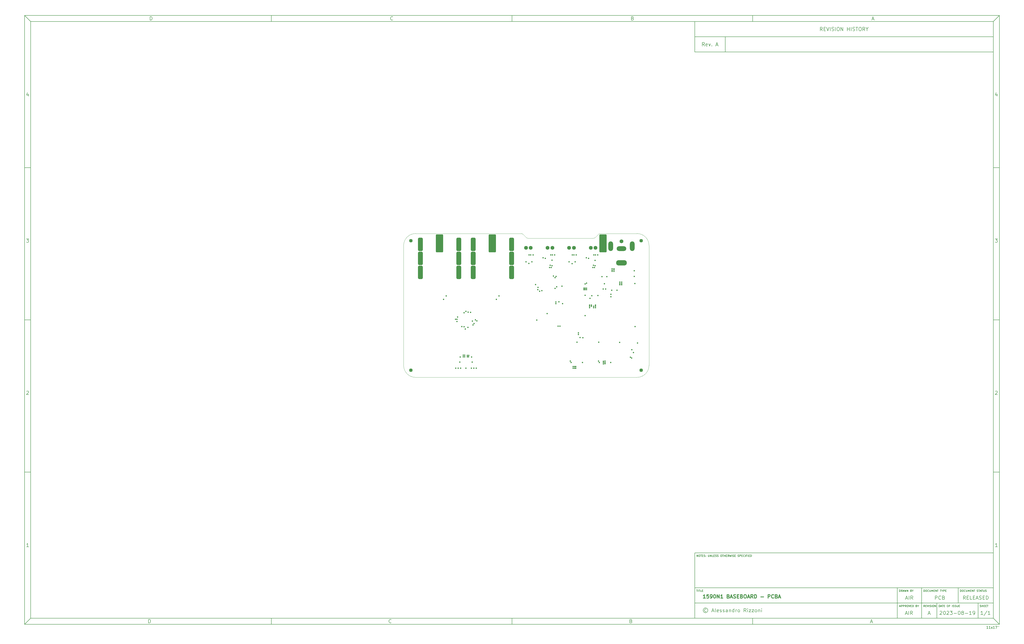
<source format=gbr>
%TF.GenerationSoftware,KiCad,Pcbnew,7.0.7*%
%TF.CreationDate,2023-09-27T18:03:17-04:00*%
%TF.ProjectId,baseboard,62617365-626f-4617-9264-2e6b69636164,A*%
%TF.SameCoordinates,Original*%
%TF.FileFunction,Soldermask,Bot*%
%TF.FilePolarity,Negative*%
%FSLAX46Y46*%
G04 Gerber Fmt 4.6, Leading zero omitted, Abs format (unit mm)*
G04 Created by KiCad (PCBNEW 7.0.7) date 2023-09-27 18:03:17*
%MOMM*%
%LPD*%
G01*
G04 APERTURE LIST*
G04 Aperture macros list*
%AMRoundRect*
0 Rectangle with rounded corners*
0 $1 Rounding radius*
0 $2 $3 $4 $5 $6 $7 $8 $9 X,Y pos of 4 corners*
0 Add a 4 corners polygon primitive as box body*
4,1,4,$2,$3,$4,$5,$6,$7,$8,$9,$2,$3,0*
0 Add four circle primitives for the rounded corners*
1,1,$1+$1,$2,$3*
1,1,$1+$1,$4,$5*
1,1,$1+$1,$6,$7*
1,1,$1+$1,$8,$9*
0 Add four rect primitives between the rounded corners*
20,1,$1+$1,$2,$3,$4,$5,0*
20,1,$1+$1,$4,$5,$6,$7,0*
20,1,$1+$1,$6,$7,$8,$9,0*
20,1,$1+$1,$8,$9,$2,$3,0*%
G04 Aperture macros list end*
%ADD10C,0.100000*%
%ADD11C,0.150000*%
%ADD12C,0.300000*%
%ADD13C,1.448000*%
%ADD14C,1.600000*%
%ADD15O,4.500000X2.250000*%
%ADD16O,4.000000X2.000000*%
%ADD17O,2.000000X4.000000*%
%ADD18RoundRect,0.500000X-0.500000X-2.300000X0.500000X-2.300000X0.500000X2.300000X-0.500000X2.300000X0*%
%ADD19RoundRect,0.300000X1.200000X3.450000X-1.200000X3.450000X-1.200000X-3.450000X1.200000X-3.450000X0*%
%ADD20C,0.550000*%
%TA.AperFunction,Profile*%
%ADD21C,0.050000*%
%TD*%
G04 APERTURE END LIST*
D10*
D11*
X412213572Y-262654128D02*
X411356429Y-262654128D01*
X411785000Y-262654128D02*
X411785000Y-261154128D01*
X411785000Y-261154128D02*
X411642143Y-261368414D01*
X411642143Y-261368414D02*
X411499286Y-261511271D01*
X411499286Y-261511271D02*
X411356429Y-261582700D01*
X413927857Y-261082700D02*
X412642143Y-263011271D01*
X415213572Y-262654128D02*
X414356429Y-262654128D01*
X414785000Y-262654128D02*
X414785000Y-261154128D01*
X414785000Y-261154128D02*
X414642143Y-261368414D01*
X414642143Y-261368414D02*
X414499286Y-261511271D01*
X414499286Y-261511271D02*
X414356429Y-261582700D01*
D10*
D11*
X292809874Y-252259295D02*
X293267017Y-252259295D01*
X293038445Y-253059295D02*
X293038445Y-252259295D01*
X293533684Y-253059295D02*
X293533684Y-252259295D01*
X293800350Y-252259295D02*
X294257493Y-252259295D01*
X294028921Y-253059295D02*
X294028921Y-252259295D01*
X294905112Y-253059295D02*
X294524160Y-253059295D01*
X294524160Y-253059295D02*
X294524160Y-252259295D01*
X295171779Y-252640247D02*
X295438445Y-252640247D01*
X295552731Y-253059295D02*
X295171779Y-253059295D01*
X295171779Y-253059295D02*
X295171779Y-252259295D01*
X295171779Y-252259295D02*
X295552731Y-252259295D01*
D10*
D11*
X387996303Y-259409295D02*
X387729636Y-259028342D01*
X387539160Y-259409295D02*
X387539160Y-258609295D01*
X387539160Y-258609295D02*
X387843922Y-258609295D01*
X387843922Y-258609295D02*
X387920112Y-258647390D01*
X387920112Y-258647390D02*
X387958207Y-258685485D01*
X387958207Y-258685485D02*
X387996303Y-258761676D01*
X387996303Y-258761676D02*
X387996303Y-258875961D01*
X387996303Y-258875961D02*
X387958207Y-258952152D01*
X387958207Y-258952152D02*
X387920112Y-258990247D01*
X387920112Y-258990247D02*
X387843922Y-259028342D01*
X387843922Y-259028342D02*
X387539160Y-259028342D01*
X388339160Y-258990247D02*
X388605826Y-258990247D01*
X388720112Y-259409295D02*
X388339160Y-259409295D01*
X388339160Y-259409295D02*
X388339160Y-258609295D01*
X388339160Y-258609295D02*
X388720112Y-258609295D01*
X388948684Y-258609295D02*
X389215351Y-259409295D01*
X389215351Y-259409295D02*
X389482017Y-258609295D01*
X389748684Y-259409295D02*
X389748684Y-258609295D01*
X390091540Y-259371200D02*
X390205826Y-259409295D01*
X390205826Y-259409295D02*
X390396302Y-259409295D01*
X390396302Y-259409295D02*
X390472493Y-259371200D01*
X390472493Y-259371200D02*
X390510588Y-259333104D01*
X390510588Y-259333104D02*
X390548683Y-259256914D01*
X390548683Y-259256914D02*
X390548683Y-259180723D01*
X390548683Y-259180723D02*
X390510588Y-259104533D01*
X390510588Y-259104533D02*
X390472493Y-259066438D01*
X390472493Y-259066438D02*
X390396302Y-259028342D01*
X390396302Y-259028342D02*
X390243921Y-258990247D01*
X390243921Y-258990247D02*
X390167731Y-258952152D01*
X390167731Y-258952152D02*
X390129636Y-258914057D01*
X390129636Y-258914057D02*
X390091540Y-258837866D01*
X390091540Y-258837866D02*
X390091540Y-258761676D01*
X390091540Y-258761676D02*
X390129636Y-258685485D01*
X390129636Y-258685485D02*
X390167731Y-258647390D01*
X390167731Y-258647390D02*
X390243921Y-258609295D01*
X390243921Y-258609295D02*
X390434398Y-258609295D01*
X390434398Y-258609295D02*
X390548683Y-258647390D01*
X390891541Y-259409295D02*
X390891541Y-258609295D01*
X391424874Y-258609295D02*
X391577255Y-258609295D01*
X391577255Y-258609295D02*
X391653445Y-258647390D01*
X391653445Y-258647390D02*
X391729636Y-258723580D01*
X391729636Y-258723580D02*
X391767731Y-258875961D01*
X391767731Y-258875961D02*
X391767731Y-259142628D01*
X391767731Y-259142628D02*
X391729636Y-259295009D01*
X391729636Y-259295009D02*
X391653445Y-259371200D01*
X391653445Y-259371200D02*
X391577255Y-259409295D01*
X391577255Y-259409295D02*
X391424874Y-259409295D01*
X391424874Y-259409295D02*
X391348683Y-259371200D01*
X391348683Y-259371200D02*
X391272493Y-259295009D01*
X391272493Y-259295009D02*
X391234397Y-259142628D01*
X391234397Y-259142628D02*
X391234397Y-258875961D01*
X391234397Y-258875961D02*
X391272493Y-258723580D01*
X391272493Y-258723580D02*
X391348683Y-258647390D01*
X391348683Y-258647390D02*
X391424874Y-258609295D01*
X392110588Y-259409295D02*
X392110588Y-258609295D01*
X392110588Y-258609295D02*
X392567731Y-259409295D01*
X392567731Y-259409295D02*
X392567731Y-258609295D01*
D10*
D11*
X393889160Y-259409295D02*
X393889160Y-258609295D01*
X393889160Y-258609295D02*
X394079636Y-258609295D01*
X394079636Y-258609295D02*
X394193922Y-258647390D01*
X394193922Y-258647390D02*
X394270112Y-258723580D01*
X394270112Y-258723580D02*
X394308207Y-258799771D01*
X394308207Y-258799771D02*
X394346303Y-258952152D01*
X394346303Y-258952152D02*
X394346303Y-259066438D01*
X394346303Y-259066438D02*
X394308207Y-259218819D01*
X394308207Y-259218819D02*
X394270112Y-259295009D01*
X394270112Y-259295009D02*
X394193922Y-259371200D01*
X394193922Y-259371200D02*
X394079636Y-259409295D01*
X394079636Y-259409295D02*
X393889160Y-259409295D01*
X394651064Y-259180723D02*
X395032017Y-259180723D01*
X394574874Y-259409295D02*
X394841541Y-258609295D01*
X394841541Y-258609295D02*
X395108207Y-259409295D01*
X395260588Y-258609295D02*
X395717731Y-258609295D01*
X395489159Y-259409295D02*
X395489159Y-258609295D01*
X395984398Y-258990247D02*
X396251064Y-258990247D01*
X396365350Y-259409295D02*
X395984398Y-259409295D01*
X395984398Y-259409295D02*
X395984398Y-258609295D01*
X395984398Y-258609295D02*
X396365350Y-258609295D01*
X397470113Y-258609295D02*
X397622494Y-258609295D01*
X397622494Y-258609295D02*
X397698684Y-258647390D01*
X397698684Y-258647390D02*
X397774875Y-258723580D01*
X397774875Y-258723580D02*
X397812970Y-258875961D01*
X397812970Y-258875961D02*
X397812970Y-259142628D01*
X397812970Y-259142628D02*
X397774875Y-259295009D01*
X397774875Y-259295009D02*
X397698684Y-259371200D01*
X397698684Y-259371200D02*
X397622494Y-259409295D01*
X397622494Y-259409295D02*
X397470113Y-259409295D01*
X397470113Y-259409295D02*
X397393922Y-259371200D01*
X397393922Y-259371200D02*
X397317732Y-259295009D01*
X397317732Y-259295009D02*
X397279636Y-259142628D01*
X397279636Y-259142628D02*
X397279636Y-258875961D01*
X397279636Y-258875961D02*
X397317732Y-258723580D01*
X397317732Y-258723580D02*
X397393922Y-258647390D01*
X397393922Y-258647390D02*
X397470113Y-258609295D01*
X398422493Y-258990247D02*
X398155827Y-258990247D01*
X398155827Y-259409295D02*
X398155827Y-258609295D01*
X398155827Y-258609295D02*
X398536779Y-258609295D01*
X399451065Y-259409295D02*
X399451065Y-258609295D01*
X399793921Y-259371200D02*
X399908207Y-259409295D01*
X399908207Y-259409295D02*
X400098683Y-259409295D01*
X400098683Y-259409295D02*
X400174874Y-259371200D01*
X400174874Y-259371200D02*
X400212969Y-259333104D01*
X400212969Y-259333104D02*
X400251064Y-259256914D01*
X400251064Y-259256914D02*
X400251064Y-259180723D01*
X400251064Y-259180723D02*
X400212969Y-259104533D01*
X400212969Y-259104533D02*
X400174874Y-259066438D01*
X400174874Y-259066438D02*
X400098683Y-259028342D01*
X400098683Y-259028342D02*
X399946302Y-258990247D01*
X399946302Y-258990247D02*
X399870112Y-258952152D01*
X399870112Y-258952152D02*
X399832017Y-258914057D01*
X399832017Y-258914057D02*
X399793921Y-258837866D01*
X399793921Y-258837866D02*
X399793921Y-258761676D01*
X399793921Y-258761676D02*
X399832017Y-258685485D01*
X399832017Y-258685485D02*
X399870112Y-258647390D01*
X399870112Y-258647390D02*
X399946302Y-258609295D01*
X399946302Y-258609295D02*
X400136779Y-258609295D01*
X400136779Y-258609295D02*
X400251064Y-258647390D01*
X400555826Y-259371200D02*
X400670112Y-259409295D01*
X400670112Y-259409295D02*
X400860588Y-259409295D01*
X400860588Y-259409295D02*
X400936779Y-259371200D01*
X400936779Y-259371200D02*
X400974874Y-259333104D01*
X400974874Y-259333104D02*
X401012969Y-259256914D01*
X401012969Y-259256914D02*
X401012969Y-259180723D01*
X401012969Y-259180723D02*
X400974874Y-259104533D01*
X400974874Y-259104533D02*
X400936779Y-259066438D01*
X400936779Y-259066438D02*
X400860588Y-259028342D01*
X400860588Y-259028342D02*
X400708207Y-258990247D01*
X400708207Y-258990247D02*
X400632017Y-258952152D01*
X400632017Y-258952152D02*
X400593922Y-258914057D01*
X400593922Y-258914057D02*
X400555826Y-258837866D01*
X400555826Y-258837866D02*
X400555826Y-258761676D01*
X400555826Y-258761676D02*
X400593922Y-258685485D01*
X400593922Y-258685485D02*
X400632017Y-258647390D01*
X400632017Y-258647390D02*
X400708207Y-258609295D01*
X400708207Y-258609295D02*
X400898684Y-258609295D01*
X400898684Y-258609295D02*
X401012969Y-258647390D01*
X401355827Y-258609295D02*
X401355827Y-259256914D01*
X401355827Y-259256914D02*
X401393922Y-259333104D01*
X401393922Y-259333104D02*
X401432017Y-259371200D01*
X401432017Y-259371200D02*
X401508208Y-259409295D01*
X401508208Y-259409295D02*
X401660589Y-259409295D01*
X401660589Y-259409295D02*
X401736779Y-259371200D01*
X401736779Y-259371200D02*
X401774874Y-259333104D01*
X401774874Y-259333104D02*
X401812970Y-259256914D01*
X401812970Y-259256914D02*
X401812970Y-258609295D01*
X402193922Y-258990247D02*
X402460588Y-258990247D01*
X402574874Y-259409295D02*
X402193922Y-259409295D01*
X402193922Y-259409295D02*
X402193922Y-258609295D01*
X402193922Y-258609295D02*
X402574874Y-258609295D01*
D10*
D11*
X410996064Y-259371200D02*
X411110350Y-259409295D01*
X411110350Y-259409295D02*
X411300826Y-259409295D01*
X411300826Y-259409295D02*
X411377017Y-259371200D01*
X411377017Y-259371200D02*
X411415112Y-259333104D01*
X411415112Y-259333104D02*
X411453207Y-259256914D01*
X411453207Y-259256914D02*
X411453207Y-259180723D01*
X411453207Y-259180723D02*
X411415112Y-259104533D01*
X411415112Y-259104533D02*
X411377017Y-259066438D01*
X411377017Y-259066438D02*
X411300826Y-259028342D01*
X411300826Y-259028342D02*
X411148445Y-258990247D01*
X411148445Y-258990247D02*
X411072255Y-258952152D01*
X411072255Y-258952152D02*
X411034160Y-258914057D01*
X411034160Y-258914057D02*
X410996064Y-258837866D01*
X410996064Y-258837866D02*
X410996064Y-258761676D01*
X410996064Y-258761676D02*
X411034160Y-258685485D01*
X411034160Y-258685485D02*
X411072255Y-258647390D01*
X411072255Y-258647390D02*
X411148445Y-258609295D01*
X411148445Y-258609295D02*
X411338922Y-258609295D01*
X411338922Y-258609295D02*
X411453207Y-258647390D01*
X411796065Y-259409295D02*
X411796065Y-258609295D01*
X411796065Y-258990247D02*
X412253208Y-258990247D01*
X412253208Y-259409295D02*
X412253208Y-258609295D01*
X412634160Y-258990247D02*
X412900826Y-258990247D01*
X413015112Y-259409295D02*
X412634160Y-259409295D01*
X412634160Y-259409295D02*
X412634160Y-258609295D01*
X412634160Y-258609295D02*
X413015112Y-258609295D01*
X413357970Y-258990247D02*
X413624636Y-258990247D01*
X413738922Y-259409295D02*
X413357970Y-259409295D01*
X413357970Y-259409295D02*
X413357970Y-258609295D01*
X413357970Y-258609295D02*
X413738922Y-258609295D01*
X413967494Y-258609295D02*
X414424637Y-258609295D01*
X414196065Y-259409295D02*
X414196065Y-258609295D01*
D10*
D11*
X392342142Y-256304128D02*
X392342142Y-254804128D01*
X392342142Y-254804128D02*
X392913571Y-254804128D01*
X392913571Y-254804128D02*
X393056428Y-254875557D01*
X393056428Y-254875557D02*
X393127857Y-254946985D01*
X393127857Y-254946985D02*
X393199285Y-255089842D01*
X393199285Y-255089842D02*
X393199285Y-255304128D01*
X393199285Y-255304128D02*
X393127857Y-255446985D01*
X393127857Y-255446985D02*
X393056428Y-255518414D01*
X393056428Y-255518414D02*
X392913571Y-255589842D01*
X392913571Y-255589842D02*
X392342142Y-255589842D01*
X394699285Y-256161271D02*
X394627857Y-256232700D01*
X394627857Y-256232700D02*
X394413571Y-256304128D01*
X394413571Y-256304128D02*
X394270714Y-256304128D01*
X394270714Y-256304128D02*
X394056428Y-256232700D01*
X394056428Y-256232700D02*
X393913571Y-256089842D01*
X393913571Y-256089842D02*
X393842142Y-255946985D01*
X393842142Y-255946985D02*
X393770714Y-255661271D01*
X393770714Y-255661271D02*
X393770714Y-255446985D01*
X393770714Y-255446985D02*
X393842142Y-255161271D01*
X393842142Y-255161271D02*
X393913571Y-255018414D01*
X393913571Y-255018414D02*
X394056428Y-254875557D01*
X394056428Y-254875557D02*
X394270714Y-254804128D01*
X394270714Y-254804128D02*
X394413571Y-254804128D01*
X394413571Y-254804128D02*
X394627857Y-254875557D01*
X394627857Y-254875557D02*
X394699285Y-254946985D01*
X395842142Y-255518414D02*
X396056428Y-255589842D01*
X396056428Y-255589842D02*
X396127857Y-255661271D01*
X396127857Y-255661271D02*
X396199285Y-255804128D01*
X396199285Y-255804128D02*
X396199285Y-256018414D01*
X396199285Y-256018414D02*
X396127857Y-256161271D01*
X396127857Y-256161271D02*
X396056428Y-256232700D01*
X396056428Y-256232700D02*
X395913571Y-256304128D01*
X395913571Y-256304128D02*
X395342142Y-256304128D01*
X395342142Y-256304128D02*
X395342142Y-254804128D01*
X395342142Y-254804128D02*
X395842142Y-254804128D01*
X395842142Y-254804128D02*
X395985000Y-254875557D01*
X395985000Y-254875557D02*
X396056428Y-254946985D01*
X396056428Y-254946985D02*
X396127857Y-255089842D01*
X396127857Y-255089842D02*
X396127857Y-255232700D01*
X396127857Y-255232700D02*
X396056428Y-255375557D01*
X396056428Y-255375557D02*
X395985000Y-255446985D01*
X395985000Y-255446985D02*
X395842142Y-255518414D01*
X395842142Y-255518414D02*
X395342142Y-255518414D01*
D10*
D11*
X377468064Y-259180723D02*
X377849017Y-259180723D01*
X377391874Y-259409295D02*
X377658541Y-258609295D01*
X377658541Y-258609295D02*
X377925207Y-259409295D01*
X378191874Y-259409295D02*
X378191874Y-258609295D01*
X378191874Y-258609295D02*
X378496636Y-258609295D01*
X378496636Y-258609295D02*
X378572826Y-258647390D01*
X378572826Y-258647390D02*
X378610921Y-258685485D01*
X378610921Y-258685485D02*
X378649017Y-258761676D01*
X378649017Y-258761676D02*
X378649017Y-258875961D01*
X378649017Y-258875961D02*
X378610921Y-258952152D01*
X378610921Y-258952152D02*
X378572826Y-258990247D01*
X378572826Y-258990247D02*
X378496636Y-259028342D01*
X378496636Y-259028342D02*
X378191874Y-259028342D01*
X378991874Y-259409295D02*
X378991874Y-258609295D01*
X378991874Y-258609295D02*
X379296636Y-258609295D01*
X379296636Y-258609295D02*
X379372826Y-258647390D01*
X379372826Y-258647390D02*
X379410921Y-258685485D01*
X379410921Y-258685485D02*
X379449017Y-258761676D01*
X379449017Y-258761676D02*
X379449017Y-258875961D01*
X379449017Y-258875961D02*
X379410921Y-258952152D01*
X379410921Y-258952152D02*
X379372826Y-258990247D01*
X379372826Y-258990247D02*
X379296636Y-259028342D01*
X379296636Y-259028342D02*
X378991874Y-259028342D01*
X380249017Y-259409295D02*
X379982350Y-259028342D01*
X379791874Y-259409295D02*
X379791874Y-258609295D01*
X379791874Y-258609295D02*
X380096636Y-258609295D01*
X380096636Y-258609295D02*
X380172826Y-258647390D01*
X380172826Y-258647390D02*
X380210921Y-258685485D01*
X380210921Y-258685485D02*
X380249017Y-258761676D01*
X380249017Y-258761676D02*
X380249017Y-258875961D01*
X380249017Y-258875961D02*
X380210921Y-258952152D01*
X380210921Y-258952152D02*
X380172826Y-258990247D01*
X380172826Y-258990247D02*
X380096636Y-259028342D01*
X380096636Y-259028342D02*
X379791874Y-259028342D01*
X380744255Y-258609295D02*
X380896636Y-258609295D01*
X380896636Y-258609295D02*
X380972826Y-258647390D01*
X380972826Y-258647390D02*
X381049017Y-258723580D01*
X381049017Y-258723580D02*
X381087112Y-258875961D01*
X381087112Y-258875961D02*
X381087112Y-259142628D01*
X381087112Y-259142628D02*
X381049017Y-259295009D01*
X381049017Y-259295009D02*
X380972826Y-259371200D01*
X380972826Y-259371200D02*
X380896636Y-259409295D01*
X380896636Y-259409295D02*
X380744255Y-259409295D01*
X380744255Y-259409295D02*
X380668064Y-259371200D01*
X380668064Y-259371200D02*
X380591874Y-259295009D01*
X380591874Y-259295009D02*
X380553778Y-259142628D01*
X380553778Y-259142628D02*
X380553778Y-258875961D01*
X380553778Y-258875961D02*
X380591874Y-258723580D01*
X380591874Y-258723580D02*
X380668064Y-258647390D01*
X380668064Y-258647390D02*
X380744255Y-258609295D01*
X381315683Y-258609295D02*
X381582350Y-259409295D01*
X381582350Y-259409295D02*
X381849016Y-258609295D01*
X382115683Y-258990247D02*
X382382349Y-258990247D01*
X382496635Y-259409295D02*
X382115683Y-259409295D01*
X382115683Y-259409295D02*
X382115683Y-258609295D01*
X382115683Y-258609295D02*
X382496635Y-258609295D01*
X382839493Y-259409295D02*
X382839493Y-258609295D01*
X382839493Y-258609295D02*
X383029969Y-258609295D01*
X383029969Y-258609295D02*
X383144255Y-258647390D01*
X383144255Y-258647390D02*
X383220445Y-258723580D01*
X383220445Y-258723580D02*
X383258540Y-258799771D01*
X383258540Y-258799771D02*
X383296636Y-258952152D01*
X383296636Y-258952152D02*
X383296636Y-259066438D01*
X383296636Y-259066438D02*
X383258540Y-259218819D01*
X383258540Y-259218819D02*
X383220445Y-259295009D01*
X383220445Y-259295009D02*
X383144255Y-259371200D01*
X383144255Y-259371200D02*
X383029969Y-259409295D01*
X383029969Y-259409295D02*
X382839493Y-259409295D01*
X384515683Y-258990247D02*
X384629969Y-259028342D01*
X384629969Y-259028342D02*
X384668064Y-259066438D01*
X384668064Y-259066438D02*
X384706160Y-259142628D01*
X384706160Y-259142628D02*
X384706160Y-259256914D01*
X384706160Y-259256914D02*
X384668064Y-259333104D01*
X384668064Y-259333104D02*
X384629969Y-259371200D01*
X384629969Y-259371200D02*
X384553779Y-259409295D01*
X384553779Y-259409295D02*
X384249017Y-259409295D01*
X384249017Y-259409295D02*
X384249017Y-258609295D01*
X384249017Y-258609295D02*
X384515683Y-258609295D01*
X384515683Y-258609295D02*
X384591874Y-258647390D01*
X384591874Y-258647390D02*
X384629969Y-258685485D01*
X384629969Y-258685485D02*
X384668064Y-258761676D01*
X384668064Y-258761676D02*
X384668064Y-258837866D01*
X384668064Y-258837866D02*
X384629969Y-258914057D01*
X384629969Y-258914057D02*
X384591874Y-258952152D01*
X384591874Y-258952152D02*
X384515683Y-258990247D01*
X384515683Y-258990247D02*
X384249017Y-258990247D01*
X385201398Y-259028342D02*
X385201398Y-259409295D01*
X384934731Y-258609295D02*
X385201398Y-259028342D01*
X385201398Y-259028342D02*
X385468064Y-258609295D01*
D10*
D11*
X296845112Y-260418271D02*
X296702255Y-260346842D01*
X296702255Y-260346842D02*
X296416541Y-260346842D01*
X296416541Y-260346842D02*
X296273684Y-260418271D01*
X296273684Y-260418271D02*
X296130826Y-260561128D01*
X296130826Y-260561128D02*
X296059398Y-260703985D01*
X296059398Y-260703985D02*
X296059398Y-260989700D01*
X296059398Y-260989700D02*
X296130826Y-261132557D01*
X296130826Y-261132557D02*
X296273684Y-261275414D01*
X296273684Y-261275414D02*
X296416541Y-261346842D01*
X296416541Y-261346842D02*
X296702255Y-261346842D01*
X296702255Y-261346842D02*
X296845112Y-261275414D01*
X296559398Y-259846842D02*
X296202255Y-259918271D01*
X296202255Y-259918271D02*
X295845112Y-260132557D01*
X295845112Y-260132557D02*
X295630826Y-260489700D01*
X295630826Y-260489700D02*
X295559398Y-260846842D01*
X295559398Y-260846842D02*
X295630826Y-261203985D01*
X295630826Y-261203985D02*
X295845112Y-261561128D01*
X295845112Y-261561128D02*
X296202255Y-261775414D01*
X296202255Y-261775414D02*
X296559398Y-261846842D01*
X296559398Y-261846842D02*
X296916541Y-261775414D01*
X296916541Y-261775414D02*
X297273684Y-261561128D01*
X297273684Y-261561128D02*
X297487969Y-261203985D01*
X297487969Y-261203985D02*
X297559398Y-260846842D01*
X297559398Y-260846842D02*
X297487969Y-260489700D01*
X297487969Y-260489700D02*
X297273684Y-260132557D01*
X297273684Y-260132557D02*
X296916541Y-259918271D01*
X296916541Y-259918271D02*
X296559398Y-259846842D01*
X299273684Y-261132557D02*
X299987970Y-261132557D01*
X299130827Y-261561128D02*
X299630827Y-260061128D01*
X299630827Y-260061128D02*
X300130827Y-261561128D01*
X300845112Y-261561128D02*
X300702255Y-261489700D01*
X300702255Y-261489700D02*
X300630826Y-261346842D01*
X300630826Y-261346842D02*
X300630826Y-260061128D01*
X301987969Y-261489700D02*
X301845112Y-261561128D01*
X301845112Y-261561128D02*
X301559398Y-261561128D01*
X301559398Y-261561128D02*
X301416540Y-261489700D01*
X301416540Y-261489700D02*
X301345112Y-261346842D01*
X301345112Y-261346842D02*
X301345112Y-260775414D01*
X301345112Y-260775414D02*
X301416540Y-260632557D01*
X301416540Y-260632557D02*
X301559398Y-260561128D01*
X301559398Y-260561128D02*
X301845112Y-260561128D01*
X301845112Y-260561128D02*
X301987969Y-260632557D01*
X301987969Y-260632557D02*
X302059398Y-260775414D01*
X302059398Y-260775414D02*
X302059398Y-260918271D01*
X302059398Y-260918271D02*
X301345112Y-261061128D01*
X302630826Y-261489700D02*
X302773683Y-261561128D01*
X302773683Y-261561128D02*
X303059397Y-261561128D01*
X303059397Y-261561128D02*
X303202254Y-261489700D01*
X303202254Y-261489700D02*
X303273683Y-261346842D01*
X303273683Y-261346842D02*
X303273683Y-261275414D01*
X303273683Y-261275414D02*
X303202254Y-261132557D01*
X303202254Y-261132557D02*
X303059397Y-261061128D01*
X303059397Y-261061128D02*
X302845112Y-261061128D01*
X302845112Y-261061128D02*
X302702254Y-260989700D01*
X302702254Y-260989700D02*
X302630826Y-260846842D01*
X302630826Y-260846842D02*
X302630826Y-260775414D01*
X302630826Y-260775414D02*
X302702254Y-260632557D01*
X302702254Y-260632557D02*
X302845112Y-260561128D01*
X302845112Y-260561128D02*
X303059397Y-260561128D01*
X303059397Y-260561128D02*
X303202254Y-260632557D01*
X303845112Y-261489700D02*
X303987969Y-261561128D01*
X303987969Y-261561128D02*
X304273683Y-261561128D01*
X304273683Y-261561128D02*
X304416540Y-261489700D01*
X304416540Y-261489700D02*
X304487969Y-261346842D01*
X304487969Y-261346842D02*
X304487969Y-261275414D01*
X304487969Y-261275414D02*
X304416540Y-261132557D01*
X304416540Y-261132557D02*
X304273683Y-261061128D01*
X304273683Y-261061128D02*
X304059398Y-261061128D01*
X304059398Y-261061128D02*
X303916540Y-260989700D01*
X303916540Y-260989700D02*
X303845112Y-260846842D01*
X303845112Y-260846842D02*
X303845112Y-260775414D01*
X303845112Y-260775414D02*
X303916540Y-260632557D01*
X303916540Y-260632557D02*
X304059398Y-260561128D01*
X304059398Y-260561128D02*
X304273683Y-260561128D01*
X304273683Y-260561128D02*
X304416540Y-260632557D01*
X305773684Y-261561128D02*
X305773684Y-260775414D01*
X305773684Y-260775414D02*
X305702255Y-260632557D01*
X305702255Y-260632557D02*
X305559398Y-260561128D01*
X305559398Y-260561128D02*
X305273684Y-260561128D01*
X305273684Y-260561128D02*
X305130826Y-260632557D01*
X305773684Y-261489700D02*
X305630826Y-261561128D01*
X305630826Y-261561128D02*
X305273684Y-261561128D01*
X305273684Y-261561128D02*
X305130826Y-261489700D01*
X305130826Y-261489700D02*
X305059398Y-261346842D01*
X305059398Y-261346842D02*
X305059398Y-261203985D01*
X305059398Y-261203985D02*
X305130826Y-261061128D01*
X305130826Y-261061128D02*
X305273684Y-260989700D01*
X305273684Y-260989700D02*
X305630826Y-260989700D01*
X305630826Y-260989700D02*
X305773684Y-260918271D01*
X306487969Y-260561128D02*
X306487969Y-261561128D01*
X306487969Y-260703985D02*
X306559398Y-260632557D01*
X306559398Y-260632557D02*
X306702255Y-260561128D01*
X306702255Y-260561128D02*
X306916541Y-260561128D01*
X306916541Y-260561128D02*
X307059398Y-260632557D01*
X307059398Y-260632557D02*
X307130827Y-260775414D01*
X307130827Y-260775414D02*
X307130827Y-261561128D01*
X308487970Y-261561128D02*
X308487970Y-260061128D01*
X308487970Y-261489700D02*
X308345112Y-261561128D01*
X308345112Y-261561128D02*
X308059398Y-261561128D01*
X308059398Y-261561128D02*
X307916541Y-261489700D01*
X307916541Y-261489700D02*
X307845112Y-261418271D01*
X307845112Y-261418271D02*
X307773684Y-261275414D01*
X307773684Y-261275414D02*
X307773684Y-260846842D01*
X307773684Y-260846842D02*
X307845112Y-260703985D01*
X307845112Y-260703985D02*
X307916541Y-260632557D01*
X307916541Y-260632557D02*
X308059398Y-260561128D01*
X308059398Y-260561128D02*
X308345112Y-260561128D01*
X308345112Y-260561128D02*
X308487970Y-260632557D01*
X309202255Y-261561128D02*
X309202255Y-260561128D01*
X309202255Y-260846842D02*
X309273684Y-260703985D01*
X309273684Y-260703985D02*
X309345113Y-260632557D01*
X309345113Y-260632557D02*
X309487970Y-260561128D01*
X309487970Y-260561128D02*
X309630827Y-260561128D01*
X310345112Y-261561128D02*
X310202255Y-261489700D01*
X310202255Y-261489700D02*
X310130826Y-261418271D01*
X310130826Y-261418271D02*
X310059398Y-261275414D01*
X310059398Y-261275414D02*
X310059398Y-260846842D01*
X310059398Y-260846842D02*
X310130826Y-260703985D01*
X310130826Y-260703985D02*
X310202255Y-260632557D01*
X310202255Y-260632557D02*
X310345112Y-260561128D01*
X310345112Y-260561128D02*
X310559398Y-260561128D01*
X310559398Y-260561128D02*
X310702255Y-260632557D01*
X310702255Y-260632557D02*
X310773684Y-260703985D01*
X310773684Y-260703985D02*
X310845112Y-260846842D01*
X310845112Y-260846842D02*
X310845112Y-261275414D01*
X310845112Y-261275414D02*
X310773684Y-261418271D01*
X310773684Y-261418271D02*
X310702255Y-261489700D01*
X310702255Y-261489700D02*
X310559398Y-261561128D01*
X310559398Y-261561128D02*
X310345112Y-261561128D01*
X313487969Y-261561128D02*
X312987969Y-260846842D01*
X312630826Y-261561128D02*
X312630826Y-260061128D01*
X312630826Y-260061128D02*
X313202255Y-260061128D01*
X313202255Y-260061128D02*
X313345112Y-260132557D01*
X313345112Y-260132557D02*
X313416541Y-260203985D01*
X313416541Y-260203985D02*
X313487969Y-260346842D01*
X313487969Y-260346842D02*
X313487969Y-260561128D01*
X313487969Y-260561128D02*
X313416541Y-260703985D01*
X313416541Y-260703985D02*
X313345112Y-260775414D01*
X313345112Y-260775414D02*
X313202255Y-260846842D01*
X313202255Y-260846842D02*
X312630826Y-260846842D01*
X314130826Y-261561128D02*
X314130826Y-260561128D01*
X314130826Y-260061128D02*
X314059398Y-260132557D01*
X314059398Y-260132557D02*
X314130826Y-260203985D01*
X314130826Y-260203985D02*
X314202255Y-260132557D01*
X314202255Y-260132557D02*
X314130826Y-260061128D01*
X314130826Y-260061128D02*
X314130826Y-260203985D01*
X314702255Y-260561128D02*
X315487970Y-260561128D01*
X315487970Y-260561128D02*
X314702255Y-261561128D01*
X314702255Y-261561128D02*
X315487970Y-261561128D01*
X315916541Y-260561128D02*
X316702256Y-260561128D01*
X316702256Y-260561128D02*
X315916541Y-261561128D01*
X315916541Y-261561128D02*
X316702256Y-261561128D01*
X317487970Y-261561128D02*
X317345113Y-261489700D01*
X317345113Y-261489700D02*
X317273684Y-261418271D01*
X317273684Y-261418271D02*
X317202256Y-261275414D01*
X317202256Y-261275414D02*
X317202256Y-260846842D01*
X317202256Y-260846842D02*
X317273684Y-260703985D01*
X317273684Y-260703985D02*
X317345113Y-260632557D01*
X317345113Y-260632557D02*
X317487970Y-260561128D01*
X317487970Y-260561128D02*
X317702256Y-260561128D01*
X317702256Y-260561128D02*
X317845113Y-260632557D01*
X317845113Y-260632557D02*
X317916542Y-260703985D01*
X317916542Y-260703985D02*
X317987970Y-260846842D01*
X317987970Y-260846842D02*
X317987970Y-261275414D01*
X317987970Y-261275414D02*
X317916542Y-261418271D01*
X317916542Y-261418271D02*
X317845113Y-261489700D01*
X317845113Y-261489700D02*
X317702256Y-261561128D01*
X317702256Y-261561128D02*
X317487970Y-261561128D01*
X318630827Y-260561128D02*
X318630827Y-261561128D01*
X318630827Y-260703985D02*
X318702256Y-260632557D01*
X318702256Y-260632557D02*
X318845113Y-260561128D01*
X318845113Y-260561128D02*
X319059399Y-260561128D01*
X319059399Y-260561128D02*
X319202256Y-260632557D01*
X319202256Y-260632557D02*
X319273685Y-260775414D01*
X319273685Y-260775414D02*
X319273685Y-261561128D01*
X319987970Y-261561128D02*
X319987970Y-260561128D01*
X319987970Y-260061128D02*
X319916542Y-260132557D01*
X319916542Y-260132557D02*
X319987970Y-260203985D01*
X319987970Y-260203985D02*
X320059399Y-260132557D01*
X320059399Y-260132557D02*
X319987970Y-260061128D01*
X319987970Y-260061128D02*
X319987970Y-260203985D01*
D10*
D11*
X380070714Y-255875557D02*
X380785000Y-255875557D01*
X379927857Y-256304128D02*
X380427857Y-254804128D01*
X380427857Y-254804128D02*
X380927857Y-256304128D01*
X381427856Y-256304128D02*
X381427856Y-254804128D01*
X382999285Y-256304128D02*
X382499285Y-255589842D01*
X382142142Y-256304128D02*
X382142142Y-254804128D01*
X382142142Y-254804128D02*
X382713571Y-254804128D01*
X382713571Y-254804128D02*
X382856428Y-254875557D01*
X382856428Y-254875557D02*
X382927857Y-254946985D01*
X382927857Y-254946985D02*
X382999285Y-255089842D01*
X382999285Y-255089842D02*
X382999285Y-255304128D01*
X382999285Y-255304128D02*
X382927857Y-255446985D01*
X382927857Y-255446985D02*
X382856428Y-255518414D01*
X382856428Y-255518414D02*
X382713571Y-255589842D01*
X382713571Y-255589842D02*
X382142142Y-255589842D01*
D10*
D11*
X379943714Y-262225557D02*
X380658000Y-262225557D01*
X379800857Y-262654128D02*
X380300857Y-261154128D01*
X380300857Y-261154128D02*
X380800857Y-262654128D01*
X381300856Y-262654128D02*
X381300856Y-261154128D01*
X382872285Y-262654128D02*
X382372285Y-261939842D01*
X382015142Y-262654128D02*
X382015142Y-261154128D01*
X382015142Y-261154128D02*
X382586571Y-261154128D01*
X382586571Y-261154128D02*
X382729428Y-261225557D01*
X382729428Y-261225557D02*
X382800857Y-261296985D01*
X382800857Y-261296985D02*
X382872285Y-261439842D01*
X382872285Y-261439842D02*
X382872285Y-261654128D01*
X382872285Y-261654128D02*
X382800857Y-261796985D01*
X382800857Y-261796985D02*
X382729428Y-261868414D01*
X382729428Y-261868414D02*
X382586571Y-261939842D01*
X382586571Y-261939842D02*
X382015142Y-261939842D01*
D10*
D11*
X402779160Y-253059295D02*
X402779160Y-252259295D01*
X402779160Y-252259295D02*
X402969636Y-252259295D01*
X402969636Y-252259295D02*
X403083922Y-252297390D01*
X403083922Y-252297390D02*
X403160112Y-252373580D01*
X403160112Y-252373580D02*
X403198207Y-252449771D01*
X403198207Y-252449771D02*
X403236303Y-252602152D01*
X403236303Y-252602152D02*
X403236303Y-252716438D01*
X403236303Y-252716438D02*
X403198207Y-252868819D01*
X403198207Y-252868819D02*
X403160112Y-252945009D01*
X403160112Y-252945009D02*
X403083922Y-253021200D01*
X403083922Y-253021200D02*
X402969636Y-253059295D01*
X402969636Y-253059295D02*
X402779160Y-253059295D01*
X403731541Y-252259295D02*
X403883922Y-252259295D01*
X403883922Y-252259295D02*
X403960112Y-252297390D01*
X403960112Y-252297390D02*
X404036303Y-252373580D01*
X404036303Y-252373580D02*
X404074398Y-252525961D01*
X404074398Y-252525961D02*
X404074398Y-252792628D01*
X404074398Y-252792628D02*
X404036303Y-252945009D01*
X404036303Y-252945009D02*
X403960112Y-253021200D01*
X403960112Y-253021200D02*
X403883922Y-253059295D01*
X403883922Y-253059295D02*
X403731541Y-253059295D01*
X403731541Y-253059295D02*
X403655350Y-253021200D01*
X403655350Y-253021200D02*
X403579160Y-252945009D01*
X403579160Y-252945009D02*
X403541064Y-252792628D01*
X403541064Y-252792628D02*
X403541064Y-252525961D01*
X403541064Y-252525961D02*
X403579160Y-252373580D01*
X403579160Y-252373580D02*
X403655350Y-252297390D01*
X403655350Y-252297390D02*
X403731541Y-252259295D01*
X404874398Y-252983104D02*
X404836302Y-253021200D01*
X404836302Y-253021200D02*
X404722017Y-253059295D01*
X404722017Y-253059295D02*
X404645826Y-253059295D01*
X404645826Y-253059295D02*
X404531540Y-253021200D01*
X404531540Y-253021200D02*
X404455350Y-252945009D01*
X404455350Y-252945009D02*
X404417255Y-252868819D01*
X404417255Y-252868819D02*
X404379159Y-252716438D01*
X404379159Y-252716438D02*
X404379159Y-252602152D01*
X404379159Y-252602152D02*
X404417255Y-252449771D01*
X404417255Y-252449771D02*
X404455350Y-252373580D01*
X404455350Y-252373580D02*
X404531540Y-252297390D01*
X404531540Y-252297390D02*
X404645826Y-252259295D01*
X404645826Y-252259295D02*
X404722017Y-252259295D01*
X404722017Y-252259295D02*
X404836302Y-252297390D01*
X404836302Y-252297390D02*
X404874398Y-252335485D01*
X405217255Y-252259295D02*
X405217255Y-252906914D01*
X405217255Y-252906914D02*
X405255350Y-252983104D01*
X405255350Y-252983104D02*
X405293445Y-253021200D01*
X405293445Y-253021200D02*
X405369636Y-253059295D01*
X405369636Y-253059295D02*
X405522017Y-253059295D01*
X405522017Y-253059295D02*
X405598207Y-253021200D01*
X405598207Y-253021200D02*
X405636302Y-252983104D01*
X405636302Y-252983104D02*
X405674398Y-252906914D01*
X405674398Y-252906914D02*
X405674398Y-252259295D01*
X406055350Y-253059295D02*
X406055350Y-252259295D01*
X406055350Y-252259295D02*
X406322016Y-252830723D01*
X406322016Y-252830723D02*
X406588683Y-252259295D01*
X406588683Y-252259295D02*
X406588683Y-253059295D01*
X406969636Y-252640247D02*
X407236302Y-252640247D01*
X407350588Y-253059295D02*
X406969636Y-253059295D01*
X406969636Y-253059295D02*
X406969636Y-252259295D01*
X406969636Y-252259295D02*
X407350588Y-252259295D01*
X407693446Y-253059295D02*
X407693446Y-252259295D01*
X407693446Y-252259295D02*
X408150589Y-253059295D01*
X408150589Y-253059295D02*
X408150589Y-252259295D01*
X408417255Y-252259295D02*
X408874398Y-252259295D01*
X408645826Y-253059295D02*
X408645826Y-252259295D01*
X409712493Y-253021200D02*
X409826779Y-253059295D01*
X409826779Y-253059295D02*
X410017255Y-253059295D01*
X410017255Y-253059295D02*
X410093446Y-253021200D01*
X410093446Y-253021200D02*
X410131541Y-252983104D01*
X410131541Y-252983104D02*
X410169636Y-252906914D01*
X410169636Y-252906914D02*
X410169636Y-252830723D01*
X410169636Y-252830723D02*
X410131541Y-252754533D01*
X410131541Y-252754533D02*
X410093446Y-252716438D01*
X410093446Y-252716438D02*
X410017255Y-252678342D01*
X410017255Y-252678342D02*
X409864874Y-252640247D01*
X409864874Y-252640247D02*
X409788684Y-252602152D01*
X409788684Y-252602152D02*
X409750589Y-252564057D01*
X409750589Y-252564057D02*
X409712493Y-252487866D01*
X409712493Y-252487866D02*
X409712493Y-252411676D01*
X409712493Y-252411676D02*
X409750589Y-252335485D01*
X409750589Y-252335485D02*
X409788684Y-252297390D01*
X409788684Y-252297390D02*
X409864874Y-252259295D01*
X409864874Y-252259295D02*
X410055351Y-252259295D01*
X410055351Y-252259295D02*
X410169636Y-252297390D01*
X410398208Y-252259295D02*
X410855351Y-252259295D01*
X410626779Y-253059295D02*
X410626779Y-252259295D01*
X411083922Y-252830723D02*
X411464875Y-252830723D01*
X411007732Y-253059295D02*
X411274399Y-252259295D01*
X411274399Y-252259295D02*
X411541065Y-253059295D01*
X411693446Y-252259295D02*
X412150589Y-252259295D01*
X411922017Y-253059295D02*
X411922017Y-252259295D01*
X412417256Y-252259295D02*
X412417256Y-252906914D01*
X412417256Y-252906914D02*
X412455351Y-252983104D01*
X412455351Y-252983104D02*
X412493446Y-253021200D01*
X412493446Y-253021200D02*
X412569637Y-253059295D01*
X412569637Y-253059295D02*
X412722018Y-253059295D01*
X412722018Y-253059295D02*
X412798208Y-253021200D01*
X412798208Y-253021200D02*
X412836303Y-252983104D01*
X412836303Y-252983104D02*
X412874399Y-252906914D01*
X412874399Y-252906914D02*
X412874399Y-252259295D01*
X413217255Y-253021200D02*
X413331541Y-253059295D01*
X413331541Y-253059295D02*
X413522017Y-253059295D01*
X413522017Y-253059295D02*
X413598208Y-253021200D01*
X413598208Y-253021200D02*
X413636303Y-252983104D01*
X413636303Y-252983104D02*
X413674398Y-252906914D01*
X413674398Y-252906914D02*
X413674398Y-252830723D01*
X413674398Y-252830723D02*
X413636303Y-252754533D01*
X413636303Y-252754533D02*
X413598208Y-252716438D01*
X413598208Y-252716438D02*
X413522017Y-252678342D01*
X413522017Y-252678342D02*
X413369636Y-252640247D01*
X413369636Y-252640247D02*
X413293446Y-252602152D01*
X413293446Y-252602152D02*
X413255351Y-252564057D01*
X413255351Y-252564057D02*
X413217255Y-252487866D01*
X413217255Y-252487866D02*
X413217255Y-252411676D01*
X413217255Y-252411676D02*
X413255351Y-252335485D01*
X413255351Y-252335485D02*
X413293446Y-252297390D01*
X413293446Y-252297390D02*
X413369636Y-252259295D01*
X413369636Y-252259295D02*
X413560113Y-252259295D01*
X413560113Y-252259295D02*
X413674398Y-252297390D01*
D10*
D11*
X377379160Y-253059295D02*
X377379160Y-252259295D01*
X377379160Y-252259295D02*
X377569636Y-252259295D01*
X377569636Y-252259295D02*
X377683922Y-252297390D01*
X377683922Y-252297390D02*
X377760112Y-252373580D01*
X377760112Y-252373580D02*
X377798207Y-252449771D01*
X377798207Y-252449771D02*
X377836303Y-252602152D01*
X377836303Y-252602152D02*
X377836303Y-252716438D01*
X377836303Y-252716438D02*
X377798207Y-252868819D01*
X377798207Y-252868819D02*
X377760112Y-252945009D01*
X377760112Y-252945009D02*
X377683922Y-253021200D01*
X377683922Y-253021200D02*
X377569636Y-253059295D01*
X377569636Y-253059295D02*
X377379160Y-253059295D01*
X378636303Y-253059295D02*
X378369636Y-252678342D01*
X378179160Y-253059295D02*
X378179160Y-252259295D01*
X378179160Y-252259295D02*
X378483922Y-252259295D01*
X378483922Y-252259295D02*
X378560112Y-252297390D01*
X378560112Y-252297390D02*
X378598207Y-252335485D01*
X378598207Y-252335485D02*
X378636303Y-252411676D01*
X378636303Y-252411676D02*
X378636303Y-252525961D01*
X378636303Y-252525961D02*
X378598207Y-252602152D01*
X378598207Y-252602152D02*
X378560112Y-252640247D01*
X378560112Y-252640247D02*
X378483922Y-252678342D01*
X378483922Y-252678342D02*
X378179160Y-252678342D01*
X378941064Y-252830723D02*
X379322017Y-252830723D01*
X378864874Y-253059295D02*
X379131541Y-252259295D01*
X379131541Y-252259295D02*
X379398207Y-253059295D01*
X379588683Y-252259295D02*
X379779159Y-253059295D01*
X379779159Y-253059295D02*
X379931540Y-252487866D01*
X379931540Y-252487866D02*
X380083921Y-253059295D01*
X380083921Y-253059295D02*
X380274398Y-252259295D01*
X380579160Y-253059295D02*
X380579160Y-252259295D01*
X380579160Y-252259295D02*
X381036303Y-253059295D01*
X381036303Y-253059295D02*
X381036303Y-252259295D01*
X382293445Y-252640247D02*
X382407731Y-252678342D01*
X382407731Y-252678342D02*
X382445826Y-252716438D01*
X382445826Y-252716438D02*
X382483922Y-252792628D01*
X382483922Y-252792628D02*
X382483922Y-252906914D01*
X382483922Y-252906914D02*
X382445826Y-252983104D01*
X382445826Y-252983104D02*
X382407731Y-253021200D01*
X382407731Y-253021200D02*
X382331541Y-253059295D01*
X382331541Y-253059295D02*
X382026779Y-253059295D01*
X382026779Y-253059295D02*
X382026779Y-252259295D01*
X382026779Y-252259295D02*
X382293445Y-252259295D01*
X382293445Y-252259295D02*
X382369636Y-252297390D01*
X382369636Y-252297390D02*
X382407731Y-252335485D01*
X382407731Y-252335485D02*
X382445826Y-252411676D01*
X382445826Y-252411676D02*
X382445826Y-252487866D01*
X382445826Y-252487866D02*
X382407731Y-252564057D01*
X382407731Y-252564057D02*
X382369636Y-252602152D01*
X382369636Y-252602152D02*
X382293445Y-252640247D01*
X382293445Y-252640247D02*
X382026779Y-252640247D01*
X382979160Y-252678342D02*
X382979160Y-253059295D01*
X382712493Y-252259295D02*
X382979160Y-252678342D01*
X382979160Y-252678342D02*
X383245826Y-252259295D01*
D10*
D11*
X387539160Y-253059295D02*
X387539160Y-252259295D01*
X387539160Y-252259295D02*
X387729636Y-252259295D01*
X387729636Y-252259295D02*
X387843922Y-252297390D01*
X387843922Y-252297390D02*
X387920112Y-252373580D01*
X387920112Y-252373580D02*
X387958207Y-252449771D01*
X387958207Y-252449771D02*
X387996303Y-252602152D01*
X387996303Y-252602152D02*
X387996303Y-252716438D01*
X387996303Y-252716438D02*
X387958207Y-252868819D01*
X387958207Y-252868819D02*
X387920112Y-252945009D01*
X387920112Y-252945009D02*
X387843922Y-253021200D01*
X387843922Y-253021200D02*
X387729636Y-253059295D01*
X387729636Y-253059295D02*
X387539160Y-253059295D01*
X388491541Y-252259295D02*
X388643922Y-252259295D01*
X388643922Y-252259295D02*
X388720112Y-252297390D01*
X388720112Y-252297390D02*
X388796303Y-252373580D01*
X388796303Y-252373580D02*
X388834398Y-252525961D01*
X388834398Y-252525961D02*
X388834398Y-252792628D01*
X388834398Y-252792628D02*
X388796303Y-252945009D01*
X388796303Y-252945009D02*
X388720112Y-253021200D01*
X388720112Y-253021200D02*
X388643922Y-253059295D01*
X388643922Y-253059295D02*
X388491541Y-253059295D01*
X388491541Y-253059295D02*
X388415350Y-253021200D01*
X388415350Y-253021200D02*
X388339160Y-252945009D01*
X388339160Y-252945009D02*
X388301064Y-252792628D01*
X388301064Y-252792628D02*
X388301064Y-252525961D01*
X388301064Y-252525961D02*
X388339160Y-252373580D01*
X388339160Y-252373580D02*
X388415350Y-252297390D01*
X388415350Y-252297390D02*
X388491541Y-252259295D01*
X389634398Y-252983104D02*
X389596302Y-253021200D01*
X389596302Y-253021200D02*
X389482017Y-253059295D01*
X389482017Y-253059295D02*
X389405826Y-253059295D01*
X389405826Y-253059295D02*
X389291540Y-253021200D01*
X389291540Y-253021200D02*
X389215350Y-252945009D01*
X389215350Y-252945009D02*
X389177255Y-252868819D01*
X389177255Y-252868819D02*
X389139159Y-252716438D01*
X389139159Y-252716438D02*
X389139159Y-252602152D01*
X389139159Y-252602152D02*
X389177255Y-252449771D01*
X389177255Y-252449771D02*
X389215350Y-252373580D01*
X389215350Y-252373580D02*
X389291540Y-252297390D01*
X389291540Y-252297390D02*
X389405826Y-252259295D01*
X389405826Y-252259295D02*
X389482017Y-252259295D01*
X389482017Y-252259295D02*
X389596302Y-252297390D01*
X389596302Y-252297390D02*
X389634398Y-252335485D01*
X389977255Y-252259295D02*
X389977255Y-252906914D01*
X389977255Y-252906914D02*
X390015350Y-252983104D01*
X390015350Y-252983104D02*
X390053445Y-253021200D01*
X390053445Y-253021200D02*
X390129636Y-253059295D01*
X390129636Y-253059295D02*
X390282017Y-253059295D01*
X390282017Y-253059295D02*
X390358207Y-253021200D01*
X390358207Y-253021200D02*
X390396302Y-252983104D01*
X390396302Y-252983104D02*
X390434398Y-252906914D01*
X390434398Y-252906914D02*
X390434398Y-252259295D01*
X390815350Y-253059295D02*
X390815350Y-252259295D01*
X390815350Y-252259295D02*
X391082016Y-252830723D01*
X391082016Y-252830723D02*
X391348683Y-252259295D01*
X391348683Y-252259295D02*
X391348683Y-253059295D01*
X391729636Y-252640247D02*
X391996302Y-252640247D01*
X392110588Y-253059295D02*
X391729636Y-253059295D01*
X391729636Y-253059295D02*
X391729636Y-252259295D01*
X391729636Y-252259295D02*
X392110588Y-252259295D01*
X392453446Y-253059295D02*
X392453446Y-252259295D01*
X392453446Y-252259295D02*
X392910589Y-253059295D01*
X392910589Y-253059295D02*
X392910589Y-252259295D01*
X393177255Y-252259295D02*
X393634398Y-252259295D01*
X393405826Y-253059295D02*
X393405826Y-252259295D01*
X394396303Y-252259295D02*
X394853446Y-252259295D01*
X394624874Y-253059295D02*
X394624874Y-252259295D01*
X395272494Y-252678342D02*
X395272494Y-253059295D01*
X395005827Y-252259295D02*
X395272494Y-252678342D01*
X395272494Y-252678342D02*
X395539160Y-252259295D01*
X395805827Y-253059295D02*
X395805827Y-252259295D01*
X395805827Y-252259295D02*
X396110589Y-252259295D01*
X396110589Y-252259295D02*
X396186779Y-252297390D01*
X396186779Y-252297390D02*
X396224874Y-252335485D01*
X396224874Y-252335485D02*
X396262970Y-252411676D01*
X396262970Y-252411676D02*
X396262970Y-252525961D01*
X396262970Y-252525961D02*
X396224874Y-252602152D01*
X396224874Y-252602152D02*
X396186779Y-252640247D01*
X396186779Y-252640247D02*
X396110589Y-252678342D01*
X396110589Y-252678342D02*
X395805827Y-252678342D01*
X396605827Y-252640247D02*
X396872493Y-252640247D01*
X396986779Y-253059295D02*
X396605827Y-253059295D01*
X396605827Y-253059295D02*
X396605827Y-252259295D01*
X396605827Y-252259295D02*
X396986779Y-252259295D01*
D10*
D11*
X404935285Y-256304128D02*
X404435285Y-255589842D01*
X404078142Y-256304128D02*
X404078142Y-254804128D01*
X404078142Y-254804128D02*
X404649571Y-254804128D01*
X404649571Y-254804128D02*
X404792428Y-254875557D01*
X404792428Y-254875557D02*
X404863857Y-254946985D01*
X404863857Y-254946985D02*
X404935285Y-255089842D01*
X404935285Y-255089842D02*
X404935285Y-255304128D01*
X404935285Y-255304128D02*
X404863857Y-255446985D01*
X404863857Y-255446985D02*
X404792428Y-255518414D01*
X404792428Y-255518414D02*
X404649571Y-255589842D01*
X404649571Y-255589842D02*
X404078142Y-255589842D01*
X405578142Y-255518414D02*
X406078142Y-255518414D01*
X406292428Y-256304128D02*
X405578142Y-256304128D01*
X405578142Y-256304128D02*
X405578142Y-254804128D01*
X405578142Y-254804128D02*
X406292428Y-254804128D01*
X407649571Y-256304128D02*
X406935285Y-256304128D01*
X406935285Y-256304128D02*
X406935285Y-254804128D01*
X408149571Y-255518414D02*
X408649571Y-255518414D01*
X408863857Y-256304128D02*
X408149571Y-256304128D01*
X408149571Y-256304128D02*
X408149571Y-254804128D01*
X408149571Y-254804128D02*
X408863857Y-254804128D01*
X409435286Y-255875557D02*
X410149572Y-255875557D01*
X409292429Y-256304128D02*
X409792429Y-254804128D01*
X409792429Y-254804128D02*
X410292429Y-256304128D01*
X410721000Y-256232700D02*
X410935286Y-256304128D01*
X410935286Y-256304128D02*
X411292428Y-256304128D01*
X411292428Y-256304128D02*
X411435286Y-256232700D01*
X411435286Y-256232700D02*
X411506714Y-256161271D01*
X411506714Y-256161271D02*
X411578143Y-256018414D01*
X411578143Y-256018414D02*
X411578143Y-255875557D01*
X411578143Y-255875557D02*
X411506714Y-255732700D01*
X411506714Y-255732700D02*
X411435286Y-255661271D01*
X411435286Y-255661271D02*
X411292428Y-255589842D01*
X411292428Y-255589842D02*
X411006714Y-255518414D01*
X411006714Y-255518414D02*
X410863857Y-255446985D01*
X410863857Y-255446985D02*
X410792428Y-255375557D01*
X410792428Y-255375557D02*
X410721000Y-255232700D01*
X410721000Y-255232700D02*
X410721000Y-255089842D01*
X410721000Y-255089842D02*
X410792428Y-254946985D01*
X410792428Y-254946985D02*
X410863857Y-254875557D01*
X410863857Y-254875557D02*
X411006714Y-254804128D01*
X411006714Y-254804128D02*
X411363857Y-254804128D01*
X411363857Y-254804128D02*
X411578143Y-254875557D01*
X412220999Y-255518414D02*
X412720999Y-255518414D01*
X412935285Y-256304128D02*
X412220999Y-256304128D01*
X412220999Y-256304128D02*
X412220999Y-254804128D01*
X412220999Y-254804128D02*
X412935285Y-254804128D01*
X413578142Y-256304128D02*
X413578142Y-254804128D01*
X413578142Y-254804128D02*
X413935285Y-254804128D01*
X413935285Y-254804128D02*
X414149571Y-254875557D01*
X414149571Y-254875557D02*
X414292428Y-255018414D01*
X414292428Y-255018414D02*
X414363857Y-255161271D01*
X414363857Y-255161271D02*
X414435285Y-255446985D01*
X414435285Y-255446985D02*
X414435285Y-255661271D01*
X414435285Y-255661271D02*
X414363857Y-255946985D01*
X414363857Y-255946985D02*
X414292428Y-256089842D01*
X414292428Y-256089842D02*
X414149571Y-256232700D01*
X414149571Y-256232700D02*
X413935285Y-256304128D01*
X413935285Y-256304128D02*
X413578142Y-256304128D01*
D10*
D11*
X394315287Y-261296985D02*
X394386715Y-261225557D01*
X394386715Y-261225557D02*
X394529573Y-261154128D01*
X394529573Y-261154128D02*
X394886715Y-261154128D01*
X394886715Y-261154128D02*
X395029573Y-261225557D01*
X395029573Y-261225557D02*
X395101001Y-261296985D01*
X395101001Y-261296985D02*
X395172430Y-261439842D01*
X395172430Y-261439842D02*
X395172430Y-261582700D01*
X395172430Y-261582700D02*
X395101001Y-261796985D01*
X395101001Y-261796985D02*
X394243858Y-262654128D01*
X394243858Y-262654128D02*
X395172430Y-262654128D01*
X396101001Y-261154128D02*
X396243858Y-261154128D01*
X396243858Y-261154128D02*
X396386715Y-261225557D01*
X396386715Y-261225557D02*
X396458144Y-261296985D01*
X396458144Y-261296985D02*
X396529572Y-261439842D01*
X396529572Y-261439842D02*
X396601001Y-261725557D01*
X396601001Y-261725557D02*
X396601001Y-262082700D01*
X396601001Y-262082700D02*
X396529572Y-262368414D01*
X396529572Y-262368414D02*
X396458144Y-262511271D01*
X396458144Y-262511271D02*
X396386715Y-262582700D01*
X396386715Y-262582700D02*
X396243858Y-262654128D01*
X396243858Y-262654128D02*
X396101001Y-262654128D01*
X396101001Y-262654128D02*
X395958144Y-262582700D01*
X395958144Y-262582700D02*
X395886715Y-262511271D01*
X395886715Y-262511271D02*
X395815286Y-262368414D01*
X395815286Y-262368414D02*
X395743858Y-262082700D01*
X395743858Y-262082700D02*
X395743858Y-261725557D01*
X395743858Y-261725557D02*
X395815286Y-261439842D01*
X395815286Y-261439842D02*
X395886715Y-261296985D01*
X395886715Y-261296985D02*
X395958144Y-261225557D01*
X395958144Y-261225557D02*
X396101001Y-261154128D01*
X397172429Y-261296985D02*
X397243857Y-261225557D01*
X397243857Y-261225557D02*
X397386715Y-261154128D01*
X397386715Y-261154128D02*
X397743857Y-261154128D01*
X397743857Y-261154128D02*
X397886715Y-261225557D01*
X397886715Y-261225557D02*
X397958143Y-261296985D01*
X397958143Y-261296985D02*
X398029572Y-261439842D01*
X398029572Y-261439842D02*
X398029572Y-261582700D01*
X398029572Y-261582700D02*
X397958143Y-261796985D01*
X397958143Y-261796985D02*
X397101000Y-262654128D01*
X397101000Y-262654128D02*
X398029572Y-262654128D01*
X398529571Y-261154128D02*
X399458143Y-261154128D01*
X399458143Y-261154128D02*
X398958143Y-261725557D01*
X398958143Y-261725557D02*
X399172428Y-261725557D01*
X399172428Y-261725557D02*
X399315286Y-261796985D01*
X399315286Y-261796985D02*
X399386714Y-261868414D01*
X399386714Y-261868414D02*
X399458143Y-262011271D01*
X399458143Y-262011271D02*
X399458143Y-262368414D01*
X399458143Y-262368414D02*
X399386714Y-262511271D01*
X399386714Y-262511271D02*
X399315286Y-262582700D01*
X399315286Y-262582700D02*
X399172428Y-262654128D01*
X399172428Y-262654128D02*
X398743857Y-262654128D01*
X398743857Y-262654128D02*
X398601000Y-262582700D01*
X398601000Y-262582700D02*
X398529571Y-262511271D01*
X400100999Y-262082700D02*
X401243857Y-262082700D01*
X402243857Y-261154128D02*
X402386714Y-261154128D01*
X402386714Y-261154128D02*
X402529571Y-261225557D01*
X402529571Y-261225557D02*
X402601000Y-261296985D01*
X402601000Y-261296985D02*
X402672428Y-261439842D01*
X402672428Y-261439842D02*
X402743857Y-261725557D01*
X402743857Y-261725557D02*
X402743857Y-262082700D01*
X402743857Y-262082700D02*
X402672428Y-262368414D01*
X402672428Y-262368414D02*
X402601000Y-262511271D01*
X402601000Y-262511271D02*
X402529571Y-262582700D01*
X402529571Y-262582700D02*
X402386714Y-262654128D01*
X402386714Y-262654128D02*
X402243857Y-262654128D01*
X402243857Y-262654128D02*
X402101000Y-262582700D01*
X402101000Y-262582700D02*
X402029571Y-262511271D01*
X402029571Y-262511271D02*
X401958142Y-262368414D01*
X401958142Y-262368414D02*
X401886714Y-262082700D01*
X401886714Y-262082700D02*
X401886714Y-261725557D01*
X401886714Y-261725557D02*
X401958142Y-261439842D01*
X401958142Y-261439842D02*
X402029571Y-261296985D01*
X402029571Y-261296985D02*
X402101000Y-261225557D01*
X402101000Y-261225557D02*
X402243857Y-261154128D01*
X403600999Y-261796985D02*
X403458142Y-261725557D01*
X403458142Y-261725557D02*
X403386713Y-261654128D01*
X403386713Y-261654128D02*
X403315285Y-261511271D01*
X403315285Y-261511271D02*
X403315285Y-261439842D01*
X403315285Y-261439842D02*
X403386713Y-261296985D01*
X403386713Y-261296985D02*
X403458142Y-261225557D01*
X403458142Y-261225557D02*
X403600999Y-261154128D01*
X403600999Y-261154128D02*
X403886713Y-261154128D01*
X403886713Y-261154128D02*
X404029571Y-261225557D01*
X404029571Y-261225557D02*
X404100999Y-261296985D01*
X404100999Y-261296985D02*
X404172428Y-261439842D01*
X404172428Y-261439842D02*
X404172428Y-261511271D01*
X404172428Y-261511271D02*
X404100999Y-261654128D01*
X404100999Y-261654128D02*
X404029571Y-261725557D01*
X404029571Y-261725557D02*
X403886713Y-261796985D01*
X403886713Y-261796985D02*
X403600999Y-261796985D01*
X403600999Y-261796985D02*
X403458142Y-261868414D01*
X403458142Y-261868414D02*
X403386713Y-261939842D01*
X403386713Y-261939842D02*
X403315285Y-262082700D01*
X403315285Y-262082700D02*
X403315285Y-262368414D01*
X403315285Y-262368414D02*
X403386713Y-262511271D01*
X403386713Y-262511271D02*
X403458142Y-262582700D01*
X403458142Y-262582700D02*
X403600999Y-262654128D01*
X403600999Y-262654128D02*
X403886713Y-262654128D01*
X403886713Y-262654128D02*
X404029571Y-262582700D01*
X404029571Y-262582700D02*
X404100999Y-262511271D01*
X404100999Y-262511271D02*
X404172428Y-262368414D01*
X404172428Y-262368414D02*
X404172428Y-262082700D01*
X404172428Y-262082700D02*
X404100999Y-261939842D01*
X404100999Y-261939842D02*
X404029571Y-261868414D01*
X404029571Y-261868414D02*
X403886713Y-261796985D01*
X404815284Y-262082700D02*
X405958142Y-262082700D01*
X407458142Y-262654128D02*
X406600999Y-262654128D01*
X407029570Y-262654128D02*
X407029570Y-261154128D01*
X407029570Y-261154128D02*
X406886713Y-261368414D01*
X406886713Y-261368414D02*
X406743856Y-261511271D01*
X406743856Y-261511271D02*
X406600999Y-261582700D01*
X408172427Y-262654128D02*
X408458141Y-262654128D01*
X408458141Y-262654128D02*
X408600998Y-262582700D01*
X408600998Y-262582700D02*
X408672427Y-262511271D01*
X408672427Y-262511271D02*
X408815284Y-262296985D01*
X408815284Y-262296985D02*
X408886713Y-262011271D01*
X408886713Y-262011271D02*
X408886713Y-261439842D01*
X408886713Y-261439842D02*
X408815284Y-261296985D01*
X408815284Y-261296985D02*
X408743856Y-261225557D01*
X408743856Y-261225557D02*
X408600998Y-261154128D01*
X408600998Y-261154128D02*
X408315284Y-261154128D01*
X408315284Y-261154128D02*
X408172427Y-261225557D01*
X408172427Y-261225557D02*
X408100998Y-261296985D01*
X408100998Y-261296985D02*
X408029570Y-261439842D01*
X408029570Y-261439842D02*
X408029570Y-261796985D01*
X408029570Y-261796985D02*
X408100998Y-261939842D01*
X408100998Y-261939842D02*
X408172427Y-262011271D01*
X408172427Y-262011271D02*
X408315284Y-262082700D01*
X408315284Y-262082700D02*
X408600998Y-262082700D01*
X408600998Y-262082700D02*
X408743856Y-262011271D01*
X408743856Y-262011271D02*
X408815284Y-261939842D01*
X408815284Y-261939842D02*
X408886713Y-261796985D01*
D10*
D11*
X389432857Y-262225557D02*
X390147143Y-262225557D01*
X389290000Y-262654128D02*
X389790000Y-261154128D01*
X389790000Y-261154128D02*
X390290000Y-262654128D01*
D10*
D12*
X296515225Y-255788328D02*
X295658082Y-255788328D01*
X296086653Y-255788328D02*
X296086653Y-254288328D01*
X296086653Y-254288328D02*
X295943796Y-254502614D01*
X295943796Y-254502614D02*
X295800939Y-254645471D01*
X295800939Y-254645471D02*
X295658082Y-254716900D01*
X297872367Y-254288328D02*
X297158081Y-254288328D01*
X297158081Y-254288328D02*
X297086653Y-255002614D01*
X297086653Y-255002614D02*
X297158081Y-254931185D01*
X297158081Y-254931185D02*
X297300939Y-254859757D01*
X297300939Y-254859757D02*
X297658081Y-254859757D01*
X297658081Y-254859757D02*
X297800939Y-254931185D01*
X297800939Y-254931185D02*
X297872367Y-255002614D01*
X297872367Y-255002614D02*
X297943796Y-255145471D01*
X297943796Y-255145471D02*
X297943796Y-255502614D01*
X297943796Y-255502614D02*
X297872367Y-255645471D01*
X297872367Y-255645471D02*
X297800939Y-255716900D01*
X297800939Y-255716900D02*
X297658081Y-255788328D01*
X297658081Y-255788328D02*
X297300939Y-255788328D01*
X297300939Y-255788328D02*
X297158081Y-255716900D01*
X297158081Y-255716900D02*
X297086653Y-255645471D01*
X298658081Y-255788328D02*
X298943795Y-255788328D01*
X298943795Y-255788328D02*
X299086652Y-255716900D01*
X299086652Y-255716900D02*
X299158081Y-255645471D01*
X299158081Y-255645471D02*
X299300938Y-255431185D01*
X299300938Y-255431185D02*
X299372367Y-255145471D01*
X299372367Y-255145471D02*
X299372367Y-254574042D01*
X299372367Y-254574042D02*
X299300938Y-254431185D01*
X299300938Y-254431185D02*
X299229510Y-254359757D01*
X299229510Y-254359757D02*
X299086652Y-254288328D01*
X299086652Y-254288328D02*
X298800938Y-254288328D01*
X298800938Y-254288328D02*
X298658081Y-254359757D01*
X298658081Y-254359757D02*
X298586652Y-254431185D01*
X298586652Y-254431185D02*
X298515224Y-254574042D01*
X298515224Y-254574042D02*
X298515224Y-254931185D01*
X298515224Y-254931185D02*
X298586652Y-255074042D01*
X298586652Y-255074042D02*
X298658081Y-255145471D01*
X298658081Y-255145471D02*
X298800938Y-255216900D01*
X298800938Y-255216900D02*
X299086652Y-255216900D01*
X299086652Y-255216900D02*
X299229510Y-255145471D01*
X299229510Y-255145471D02*
X299300938Y-255074042D01*
X299300938Y-255074042D02*
X299372367Y-254931185D01*
X300300938Y-254288328D02*
X300443795Y-254288328D01*
X300443795Y-254288328D02*
X300586652Y-254359757D01*
X300586652Y-254359757D02*
X300658081Y-254431185D01*
X300658081Y-254431185D02*
X300729509Y-254574042D01*
X300729509Y-254574042D02*
X300800938Y-254859757D01*
X300800938Y-254859757D02*
X300800938Y-255216900D01*
X300800938Y-255216900D02*
X300729509Y-255502614D01*
X300729509Y-255502614D02*
X300658081Y-255645471D01*
X300658081Y-255645471D02*
X300586652Y-255716900D01*
X300586652Y-255716900D02*
X300443795Y-255788328D01*
X300443795Y-255788328D02*
X300300938Y-255788328D01*
X300300938Y-255788328D02*
X300158081Y-255716900D01*
X300158081Y-255716900D02*
X300086652Y-255645471D01*
X300086652Y-255645471D02*
X300015223Y-255502614D01*
X300015223Y-255502614D02*
X299943795Y-255216900D01*
X299943795Y-255216900D02*
X299943795Y-254859757D01*
X299943795Y-254859757D02*
X300015223Y-254574042D01*
X300015223Y-254574042D02*
X300086652Y-254431185D01*
X300086652Y-254431185D02*
X300158081Y-254359757D01*
X300158081Y-254359757D02*
X300300938Y-254288328D01*
X301443794Y-255788328D02*
X301443794Y-254288328D01*
X301443794Y-254288328D02*
X302300937Y-255788328D01*
X302300937Y-255788328D02*
X302300937Y-254288328D01*
X303800938Y-255788328D02*
X302943795Y-255788328D01*
X303372366Y-255788328D02*
X303372366Y-254288328D01*
X303372366Y-254288328D02*
X303229509Y-254502614D01*
X303229509Y-254502614D02*
X303086652Y-254645471D01*
X303086652Y-254645471D02*
X302943795Y-254716900D01*
X306086651Y-255002614D02*
X306300937Y-255074042D01*
X306300937Y-255074042D02*
X306372366Y-255145471D01*
X306372366Y-255145471D02*
X306443794Y-255288328D01*
X306443794Y-255288328D02*
X306443794Y-255502614D01*
X306443794Y-255502614D02*
X306372366Y-255645471D01*
X306372366Y-255645471D02*
X306300937Y-255716900D01*
X306300937Y-255716900D02*
X306158080Y-255788328D01*
X306158080Y-255788328D02*
X305586651Y-255788328D01*
X305586651Y-255788328D02*
X305586651Y-254288328D01*
X305586651Y-254288328D02*
X306086651Y-254288328D01*
X306086651Y-254288328D02*
X306229509Y-254359757D01*
X306229509Y-254359757D02*
X306300937Y-254431185D01*
X306300937Y-254431185D02*
X306372366Y-254574042D01*
X306372366Y-254574042D02*
X306372366Y-254716900D01*
X306372366Y-254716900D02*
X306300937Y-254859757D01*
X306300937Y-254859757D02*
X306229509Y-254931185D01*
X306229509Y-254931185D02*
X306086651Y-255002614D01*
X306086651Y-255002614D02*
X305586651Y-255002614D01*
X307015223Y-255359757D02*
X307729509Y-255359757D01*
X306872366Y-255788328D02*
X307372366Y-254288328D01*
X307372366Y-254288328D02*
X307872366Y-255788328D01*
X308300937Y-255716900D02*
X308515223Y-255788328D01*
X308515223Y-255788328D02*
X308872365Y-255788328D01*
X308872365Y-255788328D02*
X309015223Y-255716900D01*
X309015223Y-255716900D02*
X309086651Y-255645471D01*
X309086651Y-255645471D02*
X309158080Y-255502614D01*
X309158080Y-255502614D02*
X309158080Y-255359757D01*
X309158080Y-255359757D02*
X309086651Y-255216900D01*
X309086651Y-255216900D02*
X309015223Y-255145471D01*
X309015223Y-255145471D02*
X308872365Y-255074042D01*
X308872365Y-255074042D02*
X308586651Y-255002614D01*
X308586651Y-255002614D02*
X308443794Y-254931185D01*
X308443794Y-254931185D02*
X308372365Y-254859757D01*
X308372365Y-254859757D02*
X308300937Y-254716900D01*
X308300937Y-254716900D02*
X308300937Y-254574042D01*
X308300937Y-254574042D02*
X308372365Y-254431185D01*
X308372365Y-254431185D02*
X308443794Y-254359757D01*
X308443794Y-254359757D02*
X308586651Y-254288328D01*
X308586651Y-254288328D02*
X308943794Y-254288328D01*
X308943794Y-254288328D02*
X309158080Y-254359757D01*
X309800936Y-255002614D02*
X310300936Y-255002614D01*
X310515222Y-255788328D02*
X309800936Y-255788328D01*
X309800936Y-255788328D02*
X309800936Y-254288328D01*
X309800936Y-254288328D02*
X310515222Y-254288328D01*
X311658079Y-255002614D02*
X311872365Y-255074042D01*
X311872365Y-255074042D02*
X311943794Y-255145471D01*
X311943794Y-255145471D02*
X312015222Y-255288328D01*
X312015222Y-255288328D02*
X312015222Y-255502614D01*
X312015222Y-255502614D02*
X311943794Y-255645471D01*
X311943794Y-255645471D02*
X311872365Y-255716900D01*
X311872365Y-255716900D02*
X311729508Y-255788328D01*
X311729508Y-255788328D02*
X311158079Y-255788328D01*
X311158079Y-255788328D02*
X311158079Y-254288328D01*
X311158079Y-254288328D02*
X311658079Y-254288328D01*
X311658079Y-254288328D02*
X311800937Y-254359757D01*
X311800937Y-254359757D02*
X311872365Y-254431185D01*
X311872365Y-254431185D02*
X311943794Y-254574042D01*
X311943794Y-254574042D02*
X311943794Y-254716900D01*
X311943794Y-254716900D02*
X311872365Y-254859757D01*
X311872365Y-254859757D02*
X311800937Y-254931185D01*
X311800937Y-254931185D02*
X311658079Y-255002614D01*
X311658079Y-255002614D02*
X311158079Y-255002614D01*
X312943794Y-254288328D02*
X313229508Y-254288328D01*
X313229508Y-254288328D02*
X313372365Y-254359757D01*
X313372365Y-254359757D02*
X313515222Y-254502614D01*
X313515222Y-254502614D02*
X313586651Y-254788328D01*
X313586651Y-254788328D02*
X313586651Y-255288328D01*
X313586651Y-255288328D02*
X313515222Y-255574042D01*
X313515222Y-255574042D02*
X313372365Y-255716900D01*
X313372365Y-255716900D02*
X313229508Y-255788328D01*
X313229508Y-255788328D02*
X312943794Y-255788328D01*
X312943794Y-255788328D02*
X312800937Y-255716900D01*
X312800937Y-255716900D02*
X312658079Y-255574042D01*
X312658079Y-255574042D02*
X312586651Y-255288328D01*
X312586651Y-255288328D02*
X312586651Y-254788328D01*
X312586651Y-254788328D02*
X312658079Y-254502614D01*
X312658079Y-254502614D02*
X312800937Y-254359757D01*
X312800937Y-254359757D02*
X312943794Y-254288328D01*
X314158080Y-255359757D02*
X314872366Y-255359757D01*
X314015223Y-255788328D02*
X314515223Y-254288328D01*
X314515223Y-254288328D02*
X315015223Y-255788328D01*
X316372365Y-255788328D02*
X315872365Y-255074042D01*
X315515222Y-255788328D02*
X315515222Y-254288328D01*
X315515222Y-254288328D02*
X316086651Y-254288328D01*
X316086651Y-254288328D02*
X316229508Y-254359757D01*
X316229508Y-254359757D02*
X316300937Y-254431185D01*
X316300937Y-254431185D02*
X316372365Y-254574042D01*
X316372365Y-254574042D02*
X316372365Y-254788328D01*
X316372365Y-254788328D02*
X316300937Y-254931185D01*
X316300937Y-254931185D02*
X316229508Y-255002614D01*
X316229508Y-255002614D02*
X316086651Y-255074042D01*
X316086651Y-255074042D02*
X315515222Y-255074042D01*
X317015222Y-255788328D02*
X317015222Y-254288328D01*
X317015222Y-254288328D02*
X317372365Y-254288328D01*
X317372365Y-254288328D02*
X317586651Y-254359757D01*
X317586651Y-254359757D02*
X317729508Y-254502614D01*
X317729508Y-254502614D02*
X317800937Y-254645471D01*
X317800937Y-254645471D02*
X317872365Y-254931185D01*
X317872365Y-254931185D02*
X317872365Y-255145471D01*
X317872365Y-255145471D02*
X317800937Y-255431185D01*
X317800937Y-255431185D02*
X317729508Y-255574042D01*
X317729508Y-255574042D02*
X317586651Y-255716900D01*
X317586651Y-255716900D02*
X317372365Y-255788328D01*
X317372365Y-255788328D02*
X317015222Y-255788328D01*
X319658079Y-255216900D02*
X320800937Y-255216900D01*
X322658079Y-255788328D02*
X322658079Y-254288328D01*
X322658079Y-254288328D02*
X323229508Y-254288328D01*
X323229508Y-254288328D02*
X323372365Y-254359757D01*
X323372365Y-254359757D02*
X323443794Y-254431185D01*
X323443794Y-254431185D02*
X323515222Y-254574042D01*
X323515222Y-254574042D02*
X323515222Y-254788328D01*
X323515222Y-254788328D02*
X323443794Y-254931185D01*
X323443794Y-254931185D02*
X323372365Y-255002614D01*
X323372365Y-255002614D02*
X323229508Y-255074042D01*
X323229508Y-255074042D02*
X322658079Y-255074042D01*
X325015222Y-255645471D02*
X324943794Y-255716900D01*
X324943794Y-255716900D02*
X324729508Y-255788328D01*
X324729508Y-255788328D02*
X324586651Y-255788328D01*
X324586651Y-255788328D02*
X324372365Y-255716900D01*
X324372365Y-255716900D02*
X324229508Y-255574042D01*
X324229508Y-255574042D02*
X324158079Y-255431185D01*
X324158079Y-255431185D02*
X324086651Y-255145471D01*
X324086651Y-255145471D02*
X324086651Y-254931185D01*
X324086651Y-254931185D02*
X324158079Y-254645471D01*
X324158079Y-254645471D02*
X324229508Y-254502614D01*
X324229508Y-254502614D02*
X324372365Y-254359757D01*
X324372365Y-254359757D02*
X324586651Y-254288328D01*
X324586651Y-254288328D02*
X324729508Y-254288328D01*
X324729508Y-254288328D02*
X324943794Y-254359757D01*
X324943794Y-254359757D02*
X325015222Y-254431185D01*
X326158079Y-255002614D02*
X326372365Y-255074042D01*
X326372365Y-255074042D02*
X326443794Y-255145471D01*
X326443794Y-255145471D02*
X326515222Y-255288328D01*
X326515222Y-255288328D02*
X326515222Y-255502614D01*
X326515222Y-255502614D02*
X326443794Y-255645471D01*
X326443794Y-255645471D02*
X326372365Y-255716900D01*
X326372365Y-255716900D02*
X326229508Y-255788328D01*
X326229508Y-255788328D02*
X325658079Y-255788328D01*
X325658079Y-255788328D02*
X325658079Y-254288328D01*
X325658079Y-254288328D02*
X326158079Y-254288328D01*
X326158079Y-254288328D02*
X326300937Y-254359757D01*
X326300937Y-254359757D02*
X326372365Y-254431185D01*
X326372365Y-254431185D02*
X326443794Y-254574042D01*
X326443794Y-254574042D02*
X326443794Y-254716900D01*
X326443794Y-254716900D02*
X326372365Y-254859757D01*
X326372365Y-254859757D02*
X326300937Y-254931185D01*
X326300937Y-254931185D02*
X326158079Y-255002614D01*
X326158079Y-255002614D02*
X325658079Y-255002614D01*
X327086651Y-255359757D02*
X327800937Y-255359757D01*
X326943794Y-255788328D02*
X327443794Y-254288328D01*
X327443794Y-254288328D02*
X327943794Y-255788328D01*
D10*
D11*
X292924160Y-238454295D02*
X292924160Y-237654295D01*
X292924160Y-237654295D02*
X293381303Y-238454295D01*
X293381303Y-238454295D02*
X293381303Y-237654295D01*
X293914636Y-237654295D02*
X294067017Y-237654295D01*
X294067017Y-237654295D02*
X294143207Y-237692390D01*
X294143207Y-237692390D02*
X294219398Y-237768580D01*
X294219398Y-237768580D02*
X294257493Y-237920961D01*
X294257493Y-237920961D02*
X294257493Y-238187628D01*
X294257493Y-238187628D02*
X294219398Y-238340009D01*
X294219398Y-238340009D02*
X294143207Y-238416200D01*
X294143207Y-238416200D02*
X294067017Y-238454295D01*
X294067017Y-238454295D02*
X293914636Y-238454295D01*
X293914636Y-238454295D02*
X293838445Y-238416200D01*
X293838445Y-238416200D02*
X293762255Y-238340009D01*
X293762255Y-238340009D02*
X293724159Y-238187628D01*
X293724159Y-238187628D02*
X293724159Y-237920961D01*
X293724159Y-237920961D02*
X293762255Y-237768580D01*
X293762255Y-237768580D02*
X293838445Y-237692390D01*
X293838445Y-237692390D02*
X293914636Y-237654295D01*
X294486064Y-237654295D02*
X294943207Y-237654295D01*
X294714635Y-238454295D02*
X294714635Y-237654295D01*
X295209874Y-238035247D02*
X295476540Y-238035247D01*
X295590826Y-238454295D02*
X295209874Y-238454295D01*
X295209874Y-238454295D02*
X295209874Y-237654295D01*
X295209874Y-237654295D02*
X295590826Y-237654295D01*
X295895588Y-238416200D02*
X296009874Y-238454295D01*
X296009874Y-238454295D02*
X296200350Y-238454295D01*
X296200350Y-238454295D02*
X296276541Y-238416200D01*
X296276541Y-238416200D02*
X296314636Y-238378104D01*
X296314636Y-238378104D02*
X296352731Y-238301914D01*
X296352731Y-238301914D02*
X296352731Y-238225723D01*
X296352731Y-238225723D02*
X296314636Y-238149533D01*
X296314636Y-238149533D02*
X296276541Y-238111438D01*
X296276541Y-238111438D02*
X296200350Y-238073342D01*
X296200350Y-238073342D02*
X296047969Y-238035247D01*
X296047969Y-238035247D02*
X295971779Y-237997152D01*
X295971779Y-237997152D02*
X295933684Y-237959057D01*
X295933684Y-237959057D02*
X295895588Y-237882866D01*
X295895588Y-237882866D02*
X295895588Y-237806676D01*
X295895588Y-237806676D02*
X295933684Y-237730485D01*
X295933684Y-237730485D02*
X295971779Y-237692390D01*
X295971779Y-237692390D02*
X296047969Y-237654295D01*
X296047969Y-237654295D02*
X296238446Y-237654295D01*
X296238446Y-237654295D02*
X296352731Y-237692390D01*
X296695589Y-238378104D02*
X296733684Y-238416200D01*
X296733684Y-238416200D02*
X296695589Y-238454295D01*
X296695589Y-238454295D02*
X296657493Y-238416200D01*
X296657493Y-238416200D02*
X296695589Y-238378104D01*
X296695589Y-238378104D02*
X296695589Y-238454295D01*
X296695589Y-237959057D02*
X296733684Y-237997152D01*
X296733684Y-237997152D02*
X296695589Y-238035247D01*
X296695589Y-238035247D02*
X296657493Y-237997152D01*
X296657493Y-237997152D02*
X296695589Y-237959057D01*
X296695589Y-237959057D02*
X296695589Y-238035247D01*
X297686065Y-237654295D02*
X297686065Y-238301914D01*
X297686065Y-238301914D02*
X297724160Y-238378104D01*
X297724160Y-238378104D02*
X297762255Y-238416200D01*
X297762255Y-238416200D02*
X297838446Y-238454295D01*
X297838446Y-238454295D02*
X297990827Y-238454295D01*
X297990827Y-238454295D02*
X298067017Y-238416200D01*
X298067017Y-238416200D02*
X298105112Y-238378104D01*
X298105112Y-238378104D02*
X298143208Y-238301914D01*
X298143208Y-238301914D02*
X298143208Y-237654295D01*
X298524160Y-238454295D02*
X298524160Y-237654295D01*
X298524160Y-237654295D02*
X298981303Y-238454295D01*
X298981303Y-238454295D02*
X298981303Y-237654295D01*
X299743207Y-238454295D02*
X299362255Y-238454295D01*
X299362255Y-238454295D02*
X299362255Y-237654295D01*
X300009874Y-238035247D02*
X300276540Y-238035247D01*
X300390826Y-238454295D02*
X300009874Y-238454295D01*
X300009874Y-238454295D02*
X300009874Y-237654295D01*
X300009874Y-237654295D02*
X300390826Y-237654295D01*
X300695588Y-238416200D02*
X300809874Y-238454295D01*
X300809874Y-238454295D02*
X301000350Y-238454295D01*
X301000350Y-238454295D02*
X301076541Y-238416200D01*
X301076541Y-238416200D02*
X301114636Y-238378104D01*
X301114636Y-238378104D02*
X301152731Y-238301914D01*
X301152731Y-238301914D02*
X301152731Y-238225723D01*
X301152731Y-238225723D02*
X301114636Y-238149533D01*
X301114636Y-238149533D02*
X301076541Y-238111438D01*
X301076541Y-238111438D02*
X301000350Y-238073342D01*
X301000350Y-238073342D02*
X300847969Y-238035247D01*
X300847969Y-238035247D02*
X300771779Y-237997152D01*
X300771779Y-237997152D02*
X300733684Y-237959057D01*
X300733684Y-237959057D02*
X300695588Y-237882866D01*
X300695588Y-237882866D02*
X300695588Y-237806676D01*
X300695588Y-237806676D02*
X300733684Y-237730485D01*
X300733684Y-237730485D02*
X300771779Y-237692390D01*
X300771779Y-237692390D02*
X300847969Y-237654295D01*
X300847969Y-237654295D02*
X301038446Y-237654295D01*
X301038446Y-237654295D02*
X301152731Y-237692390D01*
X301457493Y-238416200D02*
X301571779Y-238454295D01*
X301571779Y-238454295D02*
X301762255Y-238454295D01*
X301762255Y-238454295D02*
X301838446Y-238416200D01*
X301838446Y-238416200D02*
X301876541Y-238378104D01*
X301876541Y-238378104D02*
X301914636Y-238301914D01*
X301914636Y-238301914D02*
X301914636Y-238225723D01*
X301914636Y-238225723D02*
X301876541Y-238149533D01*
X301876541Y-238149533D02*
X301838446Y-238111438D01*
X301838446Y-238111438D02*
X301762255Y-238073342D01*
X301762255Y-238073342D02*
X301609874Y-238035247D01*
X301609874Y-238035247D02*
X301533684Y-237997152D01*
X301533684Y-237997152D02*
X301495589Y-237959057D01*
X301495589Y-237959057D02*
X301457493Y-237882866D01*
X301457493Y-237882866D02*
X301457493Y-237806676D01*
X301457493Y-237806676D02*
X301495589Y-237730485D01*
X301495589Y-237730485D02*
X301533684Y-237692390D01*
X301533684Y-237692390D02*
X301609874Y-237654295D01*
X301609874Y-237654295D02*
X301800351Y-237654295D01*
X301800351Y-237654295D02*
X301914636Y-237692390D01*
X303019399Y-237654295D02*
X303171780Y-237654295D01*
X303171780Y-237654295D02*
X303247970Y-237692390D01*
X303247970Y-237692390D02*
X303324161Y-237768580D01*
X303324161Y-237768580D02*
X303362256Y-237920961D01*
X303362256Y-237920961D02*
X303362256Y-238187628D01*
X303362256Y-238187628D02*
X303324161Y-238340009D01*
X303324161Y-238340009D02*
X303247970Y-238416200D01*
X303247970Y-238416200D02*
X303171780Y-238454295D01*
X303171780Y-238454295D02*
X303019399Y-238454295D01*
X303019399Y-238454295D02*
X302943208Y-238416200D01*
X302943208Y-238416200D02*
X302867018Y-238340009D01*
X302867018Y-238340009D02*
X302828922Y-238187628D01*
X302828922Y-238187628D02*
X302828922Y-237920961D01*
X302828922Y-237920961D02*
X302867018Y-237768580D01*
X302867018Y-237768580D02*
X302943208Y-237692390D01*
X302943208Y-237692390D02*
X303019399Y-237654295D01*
X303590827Y-237654295D02*
X304047970Y-237654295D01*
X303819398Y-238454295D02*
X303819398Y-237654295D01*
X304314637Y-238454295D02*
X304314637Y-237654295D01*
X304314637Y-238035247D02*
X304771780Y-238035247D01*
X304771780Y-238454295D02*
X304771780Y-237654295D01*
X305152732Y-238035247D02*
X305419398Y-238035247D01*
X305533684Y-238454295D02*
X305152732Y-238454295D01*
X305152732Y-238454295D02*
X305152732Y-237654295D01*
X305152732Y-237654295D02*
X305533684Y-237654295D01*
X306333685Y-238454295D02*
X306067018Y-238073342D01*
X305876542Y-238454295D02*
X305876542Y-237654295D01*
X305876542Y-237654295D02*
X306181304Y-237654295D01*
X306181304Y-237654295D02*
X306257494Y-237692390D01*
X306257494Y-237692390D02*
X306295589Y-237730485D01*
X306295589Y-237730485D02*
X306333685Y-237806676D01*
X306333685Y-237806676D02*
X306333685Y-237920961D01*
X306333685Y-237920961D02*
X306295589Y-237997152D01*
X306295589Y-237997152D02*
X306257494Y-238035247D01*
X306257494Y-238035247D02*
X306181304Y-238073342D01*
X306181304Y-238073342D02*
X305876542Y-238073342D01*
X306600351Y-237654295D02*
X306790827Y-238454295D01*
X306790827Y-238454295D02*
X306943208Y-237882866D01*
X306943208Y-237882866D02*
X307095589Y-238454295D01*
X307095589Y-238454295D02*
X307286066Y-237654295D01*
X307590828Y-238454295D02*
X307590828Y-237654295D01*
X307933684Y-238416200D02*
X308047970Y-238454295D01*
X308047970Y-238454295D02*
X308238446Y-238454295D01*
X308238446Y-238454295D02*
X308314637Y-238416200D01*
X308314637Y-238416200D02*
X308352732Y-238378104D01*
X308352732Y-238378104D02*
X308390827Y-238301914D01*
X308390827Y-238301914D02*
X308390827Y-238225723D01*
X308390827Y-238225723D02*
X308352732Y-238149533D01*
X308352732Y-238149533D02*
X308314637Y-238111438D01*
X308314637Y-238111438D02*
X308238446Y-238073342D01*
X308238446Y-238073342D02*
X308086065Y-238035247D01*
X308086065Y-238035247D02*
X308009875Y-237997152D01*
X308009875Y-237997152D02*
X307971780Y-237959057D01*
X307971780Y-237959057D02*
X307933684Y-237882866D01*
X307933684Y-237882866D02*
X307933684Y-237806676D01*
X307933684Y-237806676D02*
X307971780Y-237730485D01*
X307971780Y-237730485D02*
X308009875Y-237692390D01*
X308009875Y-237692390D02*
X308086065Y-237654295D01*
X308086065Y-237654295D02*
X308276542Y-237654295D01*
X308276542Y-237654295D02*
X308390827Y-237692390D01*
X308733685Y-238035247D02*
X309000351Y-238035247D01*
X309114637Y-238454295D02*
X308733685Y-238454295D01*
X308733685Y-238454295D02*
X308733685Y-237654295D01*
X308733685Y-237654295D02*
X309114637Y-237654295D01*
X310028923Y-238416200D02*
X310143209Y-238454295D01*
X310143209Y-238454295D02*
X310333685Y-238454295D01*
X310333685Y-238454295D02*
X310409876Y-238416200D01*
X310409876Y-238416200D02*
X310447971Y-238378104D01*
X310447971Y-238378104D02*
X310486066Y-238301914D01*
X310486066Y-238301914D02*
X310486066Y-238225723D01*
X310486066Y-238225723D02*
X310447971Y-238149533D01*
X310447971Y-238149533D02*
X310409876Y-238111438D01*
X310409876Y-238111438D02*
X310333685Y-238073342D01*
X310333685Y-238073342D02*
X310181304Y-238035247D01*
X310181304Y-238035247D02*
X310105114Y-237997152D01*
X310105114Y-237997152D02*
X310067019Y-237959057D01*
X310067019Y-237959057D02*
X310028923Y-237882866D01*
X310028923Y-237882866D02*
X310028923Y-237806676D01*
X310028923Y-237806676D02*
X310067019Y-237730485D01*
X310067019Y-237730485D02*
X310105114Y-237692390D01*
X310105114Y-237692390D02*
X310181304Y-237654295D01*
X310181304Y-237654295D02*
X310371781Y-237654295D01*
X310371781Y-237654295D02*
X310486066Y-237692390D01*
X310828924Y-238454295D02*
X310828924Y-237654295D01*
X310828924Y-237654295D02*
X311133686Y-237654295D01*
X311133686Y-237654295D02*
X311209876Y-237692390D01*
X311209876Y-237692390D02*
X311247971Y-237730485D01*
X311247971Y-237730485D02*
X311286067Y-237806676D01*
X311286067Y-237806676D02*
X311286067Y-237920961D01*
X311286067Y-237920961D02*
X311247971Y-237997152D01*
X311247971Y-237997152D02*
X311209876Y-238035247D01*
X311209876Y-238035247D02*
X311133686Y-238073342D01*
X311133686Y-238073342D02*
X310828924Y-238073342D01*
X311628924Y-238035247D02*
X311895590Y-238035247D01*
X312009876Y-238454295D02*
X311628924Y-238454295D01*
X311628924Y-238454295D02*
X311628924Y-237654295D01*
X311628924Y-237654295D02*
X312009876Y-237654295D01*
X312809877Y-238378104D02*
X312771781Y-238416200D01*
X312771781Y-238416200D02*
X312657496Y-238454295D01*
X312657496Y-238454295D02*
X312581305Y-238454295D01*
X312581305Y-238454295D02*
X312467019Y-238416200D01*
X312467019Y-238416200D02*
X312390829Y-238340009D01*
X312390829Y-238340009D02*
X312352734Y-238263819D01*
X312352734Y-238263819D02*
X312314638Y-238111438D01*
X312314638Y-238111438D02*
X312314638Y-237997152D01*
X312314638Y-237997152D02*
X312352734Y-237844771D01*
X312352734Y-237844771D02*
X312390829Y-237768580D01*
X312390829Y-237768580D02*
X312467019Y-237692390D01*
X312467019Y-237692390D02*
X312581305Y-237654295D01*
X312581305Y-237654295D02*
X312657496Y-237654295D01*
X312657496Y-237654295D02*
X312771781Y-237692390D01*
X312771781Y-237692390D02*
X312809877Y-237730485D01*
X313152734Y-238454295D02*
X313152734Y-237654295D01*
X313800352Y-238035247D02*
X313533686Y-238035247D01*
X313533686Y-238454295D02*
X313533686Y-237654295D01*
X313533686Y-237654295D02*
X313914638Y-237654295D01*
X314219400Y-238454295D02*
X314219400Y-237654295D01*
X314600352Y-238035247D02*
X314867018Y-238035247D01*
X314981304Y-238454295D02*
X314600352Y-238454295D01*
X314600352Y-238454295D02*
X314600352Y-237654295D01*
X314600352Y-237654295D02*
X314981304Y-237654295D01*
X315324162Y-238454295D02*
X315324162Y-237654295D01*
X315324162Y-237654295D02*
X315514638Y-237654295D01*
X315514638Y-237654295D02*
X315628924Y-237692390D01*
X315628924Y-237692390D02*
X315705114Y-237768580D01*
X315705114Y-237768580D02*
X315743209Y-237844771D01*
X315743209Y-237844771D02*
X315781305Y-237997152D01*
X315781305Y-237997152D02*
X315781305Y-238111438D01*
X315781305Y-238111438D02*
X315743209Y-238263819D01*
X315743209Y-238263819D02*
X315705114Y-238340009D01*
X315705114Y-238340009D02*
X315628924Y-238416200D01*
X315628924Y-238416200D02*
X315514638Y-238454295D01*
X315514638Y-238454295D02*
X315324162Y-238454295D01*
D10*
D11*
D10*
D11*
D10*
D11*
D10*
D11*
D10*
D11*
D10*
D11*
X12700000Y-12700000D02*
X419100000Y-12700000D01*
X419100000Y-266700000D01*
X12700000Y-266700000D01*
X12700000Y-12700000D01*
D10*
D11*
X15240000Y-15240000D02*
X416560000Y-15240000D01*
X416560000Y-264160000D01*
X15240000Y-264160000D01*
X15240000Y-15240000D01*
D10*
D11*
X15240000Y-264160000D02*
X12700000Y-266700000D01*
D10*
D11*
X416560000Y-264160000D02*
X419100000Y-266700000D01*
D10*
D11*
X416560000Y-15240000D02*
X419100000Y-12700000D01*
D10*
D11*
X15240000Y-15240000D02*
X12700000Y-12700000D01*
D10*
D11*
X292100000Y-27940000D02*
X292100000Y-15240000D01*
D10*
D11*
X292100000Y-251460000D02*
X292100000Y-236855000D01*
D10*
D11*
X416560000Y-236855000D02*
X292100000Y-236855000D01*
D10*
D11*
X292100000Y-257810000D02*
X416560000Y-257810000D01*
D10*
D11*
X292100000Y-251460000D02*
X416560000Y-251460000D01*
D10*
D11*
X410210000Y-257810000D02*
X410210000Y-264160000D01*
D10*
D11*
X393065000Y-257810000D02*
X393065000Y-264160000D01*
D10*
D11*
X386715000Y-257810000D02*
X386715000Y-264160000D01*
D10*
D11*
X401955000Y-251460000D02*
X401955000Y-257810000D01*
D10*
D11*
X386715000Y-251460000D02*
X386715000Y-257810000D01*
D10*
D11*
X376555000Y-251460000D02*
X376555000Y-257810000D01*
D10*
D11*
X376555000Y-257810000D02*
X376555000Y-264160000D01*
D10*
D11*
D10*
D11*
X416560000Y-21590000D02*
X292100000Y-21590000D01*
D10*
D11*
X345294285Y-19101128D02*
X344794285Y-18386842D01*
X344437142Y-19101128D02*
X344437142Y-17601128D01*
X344437142Y-17601128D02*
X345008571Y-17601128D01*
X345008571Y-17601128D02*
X345151428Y-17672557D01*
X345151428Y-17672557D02*
X345222857Y-17743985D01*
X345222857Y-17743985D02*
X345294285Y-17886842D01*
X345294285Y-17886842D02*
X345294285Y-18101128D01*
X345294285Y-18101128D02*
X345222857Y-18243985D01*
X345222857Y-18243985D02*
X345151428Y-18315414D01*
X345151428Y-18315414D02*
X345008571Y-18386842D01*
X345008571Y-18386842D02*
X344437142Y-18386842D01*
X345937142Y-18315414D02*
X346437142Y-18315414D01*
X346651428Y-19101128D02*
X345937142Y-19101128D01*
X345937142Y-19101128D02*
X345937142Y-17601128D01*
X345937142Y-17601128D02*
X346651428Y-17601128D01*
X347080000Y-17601128D02*
X347580000Y-19101128D01*
X347580000Y-19101128D02*
X348080000Y-17601128D01*
X348579999Y-19101128D02*
X348579999Y-17601128D01*
X349222857Y-19029700D02*
X349437143Y-19101128D01*
X349437143Y-19101128D02*
X349794285Y-19101128D01*
X349794285Y-19101128D02*
X349937143Y-19029700D01*
X349937143Y-19029700D02*
X350008571Y-18958271D01*
X350008571Y-18958271D02*
X350080000Y-18815414D01*
X350080000Y-18815414D02*
X350080000Y-18672557D01*
X350080000Y-18672557D02*
X350008571Y-18529700D01*
X350008571Y-18529700D02*
X349937143Y-18458271D01*
X349937143Y-18458271D02*
X349794285Y-18386842D01*
X349794285Y-18386842D02*
X349508571Y-18315414D01*
X349508571Y-18315414D02*
X349365714Y-18243985D01*
X349365714Y-18243985D02*
X349294285Y-18172557D01*
X349294285Y-18172557D02*
X349222857Y-18029700D01*
X349222857Y-18029700D02*
X349222857Y-17886842D01*
X349222857Y-17886842D02*
X349294285Y-17743985D01*
X349294285Y-17743985D02*
X349365714Y-17672557D01*
X349365714Y-17672557D02*
X349508571Y-17601128D01*
X349508571Y-17601128D02*
X349865714Y-17601128D01*
X349865714Y-17601128D02*
X350080000Y-17672557D01*
X350722856Y-19101128D02*
X350722856Y-17601128D01*
X351722857Y-17601128D02*
X352008571Y-17601128D01*
X352008571Y-17601128D02*
X352151428Y-17672557D01*
X352151428Y-17672557D02*
X352294285Y-17815414D01*
X352294285Y-17815414D02*
X352365714Y-18101128D01*
X352365714Y-18101128D02*
X352365714Y-18601128D01*
X352365714Y-18601128D02*
X352294285Y-18886842D01*
X352294285Y-18886842D02*
X352151428Y-19029700D01*
X352151428Y-19029700D02*
X352008571Y-19101128D01*
X352008571Y-19101128D02*
X351722857Y-19101128D01*
X351722857Y-19101128D02*
X351580000Y-19029700D01*
X351580000Y-19029700D02*
X351437142Y-18886842D01*
X351437142Y-18886842D02*
X351365714Y-18601128D01*
X351365714Y-18601128D02*
X351365714Y-18101128D01*
X351365714Y-18101128D02*
X351437142Y-17815414D01*
X351437142Y-17815414D02*
X351580000Y-17672557D01*
X351580000Y-17672557D02*
X351722857Y-17601128D01*
X353008571Y-19101128D02*
X353008571Y-17601128D01*
X353008571Y-17601128D02*
X353865714Y-19101128D01*
X353865714Y-19101128D02*
X353865714Y-17601128D01*
X355722857Y-19101128D02*
X355722857Y-17601128D01*
X355722857Y-18315414D02*
X356580000Y-18315414D01*
X356580000Y-19101128D02*
X356580000Y-17601128D01*
X357294286Y-19101128D02*
X357294286Y-17601128D01*
X357937144Y-19029700D02*
X358151430Y-19101128D01*
X358151430Y-19101128D02*
X358508572Y-19101128D01*
X358508572Y-19101128D02*
X358651430Y-19029700D01*
X358651430Y-19029700D02*
X358722858Y-18958271D01*
X358722858Y-18958271D02*
X358794287Y-18815414D01*
X358794287Y-18815414D02*
X358794287Y-18672557D01*
X358794287Y-18672557D02*
X358722858Y-18529700D01*
X358722858Y-18529700D02*
X358651430Y-18458271D01*
X358651430Y-18458271D02*
X358508572Y-18386842D01*
X358508572Y-18386842D02*
X358222858Y-18315414D01*
X358222858Y-18315414D02*
X358080001Y-18243985D01*
X358080001Y-18243985D02*
X358008572Y-18172557D01*
X358008572Y-18172557D02*
X357937144Y-18029700D01*
X357937144Y-18029700D02*
X357937144Y-17886842D01*
X357937144Y-17886842D02*
X358008572Y-17743985D01*
X358008572Y-17743985D02*
X358080001Y-17672557D01*
X358080001Y-17672557D02*
X358222858Y-17601128D01*
X358222858Y-17601128D02*
X358580001Y-17601128D01*
X358580001Y-17601128D02*
X358794287Y-17672557D01*
X359222858Y-17601128D02*
X360080001Y-17601128D01*
X359651429Y-19101128D02*
X359651429Y-17601128D01*
X360865715Y-17601128D02*
X361151429Y-17601128D01*
X361151429Y-17601128D02*
X361294286Y-17672557D01*
X361294286Y-17672557D02*
X361437143Y-17815414D01*
X361437143Y-17815414D02*
X361508572Y-18101128D01*
X361508572Y-18101128D02*
X361508572Y-18601128D01*
X361508572Y-18601128D02*
X361437143Y-18886842D01*
X361437143Y-18886842D02*
X361294286Y-19029700D01*
X361294286Y-19029700D02*
X361151429Y-19101128D01*
X361151429Y-19101128D02*
X360865715Y-19101128D01*
X360865715Y-19101128D02*
X360722858Y-19029700D01*
X360722858Y-19029700D02*
X360580000Y-18886842D01*
X360580000Y-18886842D02*
X360508572Y-18601128D01*
X360508572Y-18601128D02*
X360508572Y-18101128D01*
X360508572Y-18101128D02*
X360580000Y-17815414D01*
X360580000Y-17815414D02*
X360722858Y-17672557D01*
X360722858Y-17672557D02*
X360865715Y-17601128D01*
X363008572Y-19101128D02*
X362508572Y-18386842D01*
X362151429Y-19101128D02*
X362151429Y-17601128D01*
X362151429Y-17601128D02*
X362722858Y-17601128D01*
X362722858Y-17601128D02*
X362865715Y-17672557D01*
X362865715Y-17672557D02*
X362937144Y-17743985D01*
X362937144Y-17743985D02*
X363008572Y-17886842D01*
X363008572Y-17886842D02*
X363008572Y-18101128D01*
X363008572Y-18101128D02*
X362937144Y-18243985D01*
X362937144Y-18243985D02*
X362865715Y-18315414D01*
X362865715Y-18315414D02*
X362722858Y-18386842D01*
X362722858Y-18386842D02*
X362151429Y-18386842D01*
X363937144Y-18386842D02*
X363937144Y-19101128D01*
X363437144Y-17601128D02*
X363937144Y-18386842D01*
X363937144Y-18386842D02*
X364437144Y-17601128D01*
D10*
D11*
X416560000Y-27940000D02*
X292100000Y-27940000D01*
D10*
D11*
X304800000Y-21590000D02*
X304800000Y-27940000D01*
D10*
D11*
X292100000Y-264160000D02*
X292100000Y-251460000D01*
D10*
D11*
X296128571Y-25451128D02*
X295628571Y-24736842D01*
X295271428Y-25451128D02*
X295271428Y-23951128D01*
X295271428Y-23951128D02*
X295842857Y-23951128D01*
X295842857Y-23951128D02*
X295985714Y-24022557D01*
X295985714Y-24022557D02*
X296057143Y-24093985D01*
X296057143Y-24093985D02*
X296128571Y-24236842D01*
X296128571Y-24236842D02*
X296128571Y-24451128D01*
X296128571Y-24451128D02*
X296057143Y-24593985D01*
X296057143Y-24593985D02*
X295985714Y-24665414D01*
X295985714Y-24665414D02*
X295842857Y-24736842D01*
X295842857Y-24736842D02*
X295271428Y-24736842D01*
X297342857Y-25379700D02*
X297200000Y-25451128D01*
X297200000Y-25451128D02*
X296914286Y-25451128D01*
X296914286Y-25451128D02*
X296771428Y-25379700D01*
X296771428Y-25379700D02*
X296700000Y-25236842D01*
X296700000Y-25236842D02*
X296700000Y-24665414D01*
X296700000Y-24665414D02*
X296771428Y-24522557D01*
X296771428Y-24522557D02*
X296914286Y-24451128D01*
X296914286Y-24451128D02*
X297200000Y-24451128D01*
X297200000Y-24451128D02*
X297342857Y-24522557D01*
X297342857Y-24522557D02*
X297414286Y-24665414D01*
X297414286Y-24665414D02*
X297414286Y-24808271D01*
X297414286Y-24808271D02*
X296700000Y-24951128D01*
X297914285Y-24451128D02*
X298271428Y-25451128D01*
X298271428Y-25451128D02*
X298628571Y-24451128D01*
X299199999Y-25308271D02*
X299271428Y-25379700D01*
X299271428Y-25379700D02*
X299199999Y-25451128D01*
X299199999Y-25451128D02*
X299128571Y-25379700D01*
X299128571Y-25379700D02*
X299199999Y-25308271D01*
X299199999Y-25308271D02*
X299199999Y-25451128D01*
X300985714Y-25022557D02*
X301700000Y-25022557D01*
X300842857Y-25451128D02*
X301342857Y-23951128D01*
X301342857Y-23951128D02*
X301842857Y-25451128D01*
D10*
D11*
X15240000Y-139700000D02*
X12700000Y-139700000D01*
D10*
D11*
X419100000Y-139700000D02*
X416560000Y-139700000D01*
D10*
D11*
X215900000Y-266700000D02*
X215900000Y-264160000D01*
D10*
D11*
X416560000Y-203200000D02*
X419100000Y-203200000D01*
D10*
D11*
X12700000Y-203200000D02*
X15240000Y-203200000D01*
D10*
D11*
X419100000Y-76200000D02*
X416560000Y-76200000D01*
D10*
D11*
X15240000Y-76200000D02*
X12700000Y-76200000D01*
D10*
D11*
X115570000Y-266700000D02*
X115570000Y-264160000D01*
D10*
D11*
X316230000Y-266700000D02*
X316230000Y-264160000D01*
D10*
D11*
X115570000Y-15240000D02*
X115570000Y-12700000D01*
D10*
D11*
X215900000Y-15240000D02*
X215900000Y-12700000D01*
D10*
D11*
X316230000Y-15240000D02*
X316230000Y-12700000D01*
D10*
D11*
X365402857Y-265687557D02*
X366117143Y-265687557D01*
X365260000Y-266116128D02*
X365760000Y-264616128D01*
X365760000Y-264616128D02*
X366260000Y-266116128D01*
D10*
D11*
X265537142Y-265330414D02*
X265751428Y-265401842D01*
X265751428Y-265401842D02*
X265822857Y-265473271D01*
X265822857Y-265473271D02*
X265894285Y-265616128D01*
X265894285Y-265616128D02*
X265894285Y-265830414D01*
X265894285Y-265830414D02*
X265822857Y-265973271D01*
X265822857Y-265973271D02*
X265751428Y-266044700D01*
X265751428Y-266044700D02*
X265608571Y-266116128D01*
X265608571Y-266116128D02*
X265037142Y-266116128D01*
X265037142Y-266116128D02*
X265037142Y-264616128D01*
X265037142Y-264616128D02*
X265537142Y-264616128D01*
X265537142Y-264616128D02*
X265680000Y-264687557D01*
X265680000Y-264687557D02*
X265751428Y-264758985D01*
X265751428Y-264758985D02*
X265822857Y-264901842D01*
X265822857Y-264901842D02*
X265822857Y-265044700D01*
X265822857Y-265044700D02*
X265751428Y-265187557D01*
X265751428Y-265187557D02*
X265680000Y-265258985D01*
X265680000Y-265258985D02*
X265537142Y-265330414D01*
X265537142Y-265330414D02*
X265037142Y-265330414D01*
D10*
D11*
X165564285Y-265973271D02*
X165492857Y-266044700D01*
X165492857Y-266044700D02*
X165278571Y-266116128D01*
X165278571Y-266116128D02*
X165135714Y-266116128D01*
X165135714Y-266116128D02*
X164921428Y-266044700D01*
X164921428Y-266044700D02*
X164778571Y-265901842D01*
X164778571Y-265901842D02*
X164707142Y-265758985D01*
X164707142Y-265758985D02*
X164635714Y-265473271D01*
X164635714Y-265473271D02*
X164635714Y-265258985D01*
X164635714Y-265258985D02*
X164707142Y-264973271D01*
X164707142Y-264973271D02*
X164778571Y-264830414D01*
X164778571Y-264830414D02*
X164921428Y-264687557D01*
X164921428Y-264687557D02*
X165135714Y-264616128D01*
X165135714Y-264616128D02*
X165278571Y-264616128D01*
X165278571Y-264616128D02*
X165492857Y-264687557D01*
X165492857Y-264687557D02*
X165564285Y-264758985D01*
D10*
D11*
X64377142Y-266116128D02*
X64377142Y-264616128D01*
X64377142Y-264616128D02*
X64734285Y-264616128D01*
X64734285Y-264616128D02*
X64948571Y-264687557D01*
X64948571Y-264687557D02*
X65091428Y-264830414D01*
X65091428Y-264830414D02*
X65162857Y-264973271D01*
X65162857Y-264973271D02*
X65234285Y-265258985D01*
X65234285Y-265258985D02*
X65234285Y-265473271D01*
X65234285Y-265473271D02*
X65162857Y-265758985D01*
X65162857Y-265758985D02*
X65091428Y-265901842D01*
X65091428Y-265901842D02*
X64948571Y-266044700D01*
X64948571Y-266044700D02*
X64734285Y-266116128D01*
X64734285Y-266116128D02*
X64377142Y-266116128D01*
D10*
D11*
X366037857Y-14227557D02*
X366752143Y-14227557D01*
X365895000Y-14656128D02*
X366395000Y-13156128D01*
X366395000Y-13156128D02*
X366895000Y-14656128D01*
D10*
D11*
X65012142Y-14656128D02*
X65012142Y-13156128D01*
X65012142Y-13156128D02*
X65369285Y-13156128D01*
X65369285Y-13156128D02*
X65583571Y-13227557D01*
X65583571Y-13227557D02*
X65726428Y-13370414D01*
X65726428Y-13370414D02*
X65797857Y-13513271D01*
X65797857Y-13513271D02*
X65869285Y-13798985D01*
X65869285Y-13798985D02*
X65869285Y-14013271D01*
X65869285Y-14013271D02*
X65797857Y-14298985D01*
X65797857Y-14298985D02*
X65726428Y-14441842D01*
X65726428Y-14441842D02*
X65583571Y-14584700D01*
X65583571Y-14584700D02*
X65369285Y-14656128D01*
X65369285Y-14656128D02*
X65012142Y-14656128D01*
D10*
D11*
X266172142Y-13870414D02*
X266386428Y-13941842D01*
X266386428Y-13941842D02*
X266457857Y-14013271D01*
X266457857Y-14013271D02*
X266529285Y-14156128D01*
X266529285Y-14156128D02*
X266529285Y-14370414D01*
X266529285Y-14370414D02*
X266457857Y-14513271D01*
X266457857Y-14513271D02*
X266386428Y-14584700D01*
X266386428Y-14584700D02*
X266243571Y-14656128D01*
X266243571Y-14656128D02*
X265672142Y-14656128D01*
X265672142Y-14656128D02*
X265672142Y-13156128D01*
X265672142Y-13156128D02*
X266172142Y-13156128D01*
X266172142Y-13156128D02*
X266315000Y-13227557D01*
X266315000Y-13227557D02*
X266386428Y-13298985D01*
X266386428Y-13298985D02*
X266457857Y-13441842D01*
X266457857Y-13441842D02*
X266457857Y-13584700D01*
X266457857Y-13584700D02*
X266386428Y-13727557D01*
X266386428Y-13727557D02*
X266315000Y-13798985D01*
X266315000Y-13798985D02*
X266172142Y-13870414D01*
X266172142Y-13870414D02*
X265672142Y-13870414D01*
D10*
D11*
X166199285Y-14513271D02*
X166127857Y-14584700D01*
X166127857Y-14584700D02*
X165913571Y-14656128D01*
X165913571Y-14656128D02*
X165770714Y-14656128D01*
X165770714Y-14656128D02*
X165556428Y-14584700D01*
X165556428Y-14584700D02*
X165413571Y-14441842D01*
X165413571Y-14441842D02*
X165342142Y-14298985D01*
X165342142Y-14298985D02*
X165270714Y-14013271D01*
X165270714Y-14013271D02*
X165270714Y-13798985D01*
X165270714Y-13798985D02*
X165342142Y-13513271D01*
X165342142Y-13513271D02*
X165413571Y-13370414D01*
X165413571Y-13370414D02*
X165556428Y-13227557D01*
X165556428Y-13227557D02*
X165770714Y-13156128D01*
X165770714Y-13156128D02*
X165913571Y-13156128D01*
X165913571Y-13156128D02*
X166127857Y-13227557D01*
X166127857Y-13227557D02*
X166199285Y-13298985D01*
D10*
D11*
X414382267Y-268424819D02*
X413810839Y-268424819D01*
X414096553Y-268424819D02*
X414096553Y-267424819D01*
X414096553Y-267424819D02*
X414001315Y-267567676D01*
X414001315Y-267567676D02*
X413906077Y-267662914D01*
X413906077Y-267662914D02*
X413810839Y-267710533D01*
X415334648Y-268424819D02*
X414763220Y-268424819D01*
X415048934Y-268424819D02*
X415048934Y-267424819D01*
X415048934Y-267424819D02*
X414953696Y-267567676D01*
X414953696Y-267567676D02*
X414858458Y-267662914D01*
X414858458Y-267662914D02*
X414763220Y-267710533D01*
X415667982Y-268424819D02*
X416191791Y-267758152D01*
X415667982Y-267758152D02*
X416191791Y-268424819D01*
X417096553Y-268424819D02*
X416525125Y-268424819D01*
X416810839Y-268424819D02*
X416810839Y-267424819D01*
X416810839Y-267424819D02*
X416715601Y-267567676D01*
X416715601Y-267567676D02*
X416620363Y-267662914D01*
X416620363Y-267662914D02*
X416525125Y-267710533D01*
X417429887Y-267424819D02*
X418096553Y-267424819D01*
X418096553Y-267424819D02*
X417667982Y-268424819D01*
X418429887Y-267424819D02*
X418429887Y-267615295D01*
X418810839Y-267424819D02*
X418810839Y-267615295D01*
D10*
D11*
X14255715Y-45406128D02*
X14255715Y-46406128D01*
X13898572Y-44834700D02*
X13541429Y-45906128D01*
X13541429Y-45906128D02*
X14470000Y-45906128D01*
D10*
D11*
X13470000Y-105866128D02*
X14398572Y-105866128D01*
X14398572Y-105866128D02*
X13898572Y-106437557D01*
X13898572Y-106437557D02*
X14112857Y-106437557D01*
X14112857Y-106437557D02*
X14255715Y-106508985D01*
X14255715Y-106508985D02*
X14327143Y-106580414D01*
X14327143Y-106580414D02*
X14398572Y-106723271D01*
X14398572Y-106723271D02*
X14398572Y-107080414D01*
X14398572Y-107080414D02*
X14327143Y-107223271D01*
X14327143Y-107223271D02*
X14255715Y-107294700D01*
X14255715Y-107294700D02*
X14112857Y-107366128D01*
X14112857Y-107366128D02*
X13684286Y-107366128D01*
X13684286Y-107366128D02*
X13541429Y-107294700D01*
X13541429Y-107294700D02*
X13470000Y-107223271D01*
D10*
D11*
X13541429Y-169508985D02*
X13612857Y-169437557D01*
X13612857Y-169437557D02*
X13755715Y-169366128D01*
X13755715Y-169366128D02*
X14112857Y-169366128D01*
X14112857Y-169366128D02*
X14255715Y-169437557D01*
X14255715Y-169437557D02*
X14327143Y-169508985D01*
X14327143Y-169508985D02*
X14398572Y-169651842D01*
X14398572Y-169651842D02*
X14398572Y-169794700D01*
X14398572Y-169794700D02*
X14327143Y-170008985D01*
X14327143Y-170008985D02*
X13470000Y-170866128D01*
X13470000Y-170866128D02*
X14398572Y-170866128D01*
D10*
D11*
X14398572Y-234366128D02*
X13541429Y-234366128D01*
X13970000Y-234366128D02*
X13970000Y-232866128D01*
X13970000Y-232866128D02*
X13827143Y-233080414D01*
X13827143Y-233080414D02*
X13684286Y-233223271D01*
X13684286Y-233223271D02*
X13541429Y-233294700D01*
D10*
D11*
X417330000Y-105866128D02*
X418258572Y-105866128D01*
X418258572Y-105866128D02*
X417758572Y-106437557D01*
X417758572Y-106437557D02*
X417972857Y-106437557D01*
X417972857Y-106437557D02*
X418115715Y-106508985D01*
X418115715Y-106508985D02*
X418187143Y-106580414D01*
X418187143Y-106580414D02*
X418258572Y-106723271D01*
X418258572Y-106723271D02*
X418258572Y-107080414D01*
X418258572Y-107080414D02*
X418187143Y-107223271D01*
X418187143Y-107223271D02*
X418115715Y-107294700D01*
X418115715Y-107294700D02*
X417972857Y-107366128D01*
X417972857Y-107366128D02*
X417544286Y-107366128D01*
X417544286Y-107366128D02*
X417401429Y-107294700D01*
X417401429Y-107294700D02*
X417330000Y-107223271D01*
D10*
D11*
X418258572Y-234366128D02*
X417401429Y-234366128D01*
X417830000Y-234366128D02*
X417830000Y-232866128D01*
X417830000Y-232866128D02*
X417687143Y-233080414D01*
X417687143Y-233080414D02*
X417544286Y-233223271D01*
X417544286Y-233223271D02*
X417401429Y-233294700D01*
D10*
D11*
X418115715Y-45406128D02*
X418115715Y-46406128D01*
X417758572Y-44834700D02*
X417401429Y-45906128D01*
X417401429Y-45906128D02*
X418330000Y-45906128D01*
D10*
D11*
X417401429Y-169508985D02*
X417472857Y-169437557D01*
X417472857Y-169437557D02*
X417615715Y-169366128D01*
X417615715Y-169366128D02*
X417972857Y-169366128D01*
X417972857Y-169366128D02*
X418115715Y-169437557D01*
X418115715Y-169437557D02*
X418187143Y-169508985D01*
X418187143Y-169508985D02*
X418258572Y-169651842D01*
X418258572Y-169651842D02*
X418258572Y-169794700D01*
X418258572Y-169794700D02*
X418187143Y-170008985D01*
X418187143Y-170008985D02*
X417330000Y-170866128D01*
X417330000Y-170866128D02*
X418258572Y-170866128D01*
D13*
%TO.C,H402*%
X173720000Y-106670000D03*
%TD*%
D14*
%TO.C,J401*%
X239720000Y-109670000D03*
X241720000Y-109670000D03*
%TD*%
%TO.C,J301*%
X261520000Y-106932100D03*
D15*
X261520000Y-115932100D03*
D16*
X261520000Y-109932100D03*
D17*
X257020000Y-108932100D03*
X266020000Y-108932100D03*
%TD*%
D14*
%TO.C,J408*%
X230720000Y-109670000D03*
X232720000Y-109670000D03*
%TD*%
%TO.C,J406*%
X221720000Y-109670000D03*
X223720000Y-109670000D03*
%TD*%
D18*
%TO.C,J203*%
X215720000Y-114020000D03*
X199720000Y-114020000D03*
X215720000Y-108170000D03*
X199720000Y-108170000D03*
X215720000Y-119870000D03*
X199720000Y-119870000D03*
%TD*%
D14*
%TO.C,J404*%
X248720000Y-109670000D03*
X250720000Y-109670000D03*
%TD*%
D18*
%TO.C,J201*%
X193720000Y-114020000D03*
X177720000Y-114020000D03*
X193720000Y-108170000D03*
X177720000Y-108170000D03*
X193720000Y-119870000D03*
X177720000Y-119870000D03*
%TD*%
D13*
%TO.C,H401*%
X269720000Y-106670000D03*
%TD*%
%TO.C,H404*%
X269720000Y-160670000D03*
%TD*%
%TO.C,H403*%
X173720000Y-160670000D03*
%TD*%
D19*
%TO.C,G202*%
X207720000Y-107770000D03*
%TD*%
%TO.C,G201*%
X185720000Y-107770000D03*
%TD*%
%TO.C,G301*%
X253820000Y-107770000D03*
%TD*%
D20*
X261620000Y-124495000D03*
X261620000Y-123945000D03*
X248270000Y-134020000D03*
X261620000Y-125045000D03*
X250745000Y-133470000D03*
X248270000Y-134570000D03*
X250745000Y-134570000D03*
X257170000Y-130045000D03*
X250745000Y-134020000D03*
X248270000Y-133470000D03*
X252270000Y-157470000D03*
X196145000Y-155120000D03*
X195620000Y-155120000D03*
X254045000Y-158020000D03*
X254045000Y-156920000D03*
X200685000Y-139670000D03*
X254045000Y-157470000D03*
X265245000Y-155245000D03*
X197820000Y-155120000D03*
X197295000Y-155120000D03*
X241950000Y-159180000D03*
X243595000Y-145795000D03*
X242500000Y-159180000D03*
X240520000Y-157470000D03*
X241400000Y-159190000D03*
X192995000Y-139445000D03*
X234220000Y-132895000D03*
X241720000Y-112595000D03*
X245845000Y-126445000D03*
X235095000Y-142345000D03*
X246395000Y-124670000D03*
X249570000Y-117882500D03*
X250720000Y-112595000D03*
X246945000Y-126445000D03*
X232720000Y-112595000D03*
X231539999Y-117867500D03*
X246395000Y-126445000D03*
X223720000Y-112595000D03*
X233820000Y-122045000D03*
X259695000Y-127345000D03*
X260820000Y-149095000D03*
X252045000Y-148995000D03*
X249145000Y-129570000D03*
X199630000Y-141795000D03*
X195020000Y-142470000D03*
X253920000Y-126820000D03*
X233820000Y-126570000D03*
X254970000Y-126820000D03*
X234520000Y-125870000D03*
X250050000Y-112600000D03*
X224670000Y-112607500D03*
X266894999Y-121545000D03*
X233145000Y-121370000D03*
X260840000Y-125045000D03*
X260840000Y-123945000D03*
X257070000Y-157470000D03*
X210470000Y-129670000D03*
X240970000Y-116195000D03*
X241400000Y-159860000D03*
X236720000Y-125670000D03*
X254445000Y-124595000D03*
X197850000Y-154460000D03*
X254710000Y-156910000D03*
X250545000Y-117082500D03*
X249970000Y-134580000D03*
X200095000Y-141195000D03*
X250240000Y-117880000D03*
X193470000Y-159870000D03*
X198970000Y-159870000D03*
X192330000Y-139450000D03*
X240180000Y-156890000D03*
X209370000Y-131170000D03*
X196720000Y-159870000D03*
X223050000Y-112600000D03*
X266570000Y-153345000D03*
X199970000Y-159870000D03*
X251720000Y-129545000D03*
X255445000Y-121670000D03*
X229819999Y-114070000D03*
X249970000Y-134030000D03*
X242500000Y-159860000D03*
X199095000Y-155220000D03*
X248395000Y-130745000D03*
X268195000Y-149295000D03*
X235845000Y-142345000D03*
X246895000Y-113795000D03*
X249870000Y-116920000D03*
X249040000Y-134030000D03*
X265770000Y-155640000D03*
X260840000Y-124495000D03*
X232050000Y-112590000D03*
X254710000Y-158010000D03*
X246980000Y-124360000D03*
X234220000Y-132220000D03*
X226195000Y-139800000D03*
X231850000Y-116930000D03*
X249040000Y-133480000D03*
X244295000Y-147045000D03*
X242970000Y-148970000D03*
X199320000Y-157295000D03*
X239720000Y-115470000D03*
X246395000Y-137895000D03*
X266894999Y-119219999D03*
X246390000Y-127110000D03*
X267099504Y-124489758D03*
X232544999Y-117082500D03*
X201295000Y-140120000D03*
X267200000Y-142440000D03*
X236970000Y-132870000D03*
X257670000Y-118350000D03*
X232210000Y-117870000D03*
X257170000Y-129045000D03*
X188470000Y-129670000D03*
X245320000Y-157470000D03*
X222970000Y-116132500D03*
X241950000Y-159860000D03*
X245840000Y-127110000D03*
X245445000Y-147170000D03*
X257670000Y-118900000D03*
X234320000Y-121570000D03*
X254710000Y-157460000D03*
X246395000Y-129470000D03*
X195610000Y-154450000D03*
X197300000Y-154460000D03*
X246940000Y-127110000D03*
X257470000Y-127345000D03*
X253445000Y-121670000D03*
X257670000Y-119450000D03*
X228894999Y-113782500D03*
X187370000Y-131170000D03*
X221720000Y-115432500D03*
X230580000Y-137060000D03*
X192470000Y-159870000D03*
X200970000Y-159870000D03*
X196160000Y-154450000D03*
X241050000Y-112590000D03*
X235470000Y-132170000D03*
X194345000Y-155220000D03*
X247820000Y-114045000D03*
X233670000Y-112607500D03*
X243590000Y-145120000D03*
X251960000Y-156890000D03*
X192990000Y-140400000D03*
X242670000Y-112607500D03*
X194470000Y-159870000D03*
X194120000Y-157295000D03*
X251670000Y-112607500D03*
X265870000Y-152095000D03*
X258445000Y-118895000D03*
X258445000Y-118345000D03*
X258445000Y-119445000D03*
X242220000Y-115482500D03*
X250545000Y-114882500D03*
X232544999Y-114807500D03*
X224220000Y-115432500D03*
X199380000Y-140195000D03*
X198620000Y-136570000D03*
X193250000Y-138500000D03*
X195955000Y-142595000D03*
X196430000Y-143470000D03*
X228320000Y-127470000D03*
X197530000Y-142795000D03*
X227420000Y-127770000D03*
X226695000Y-127095000D03*
X197620000Y-136470000D03*
X226720000Y-126170000D03*
X196720000Y-136170000D03*
X195930000Y-136695000D03*
X225720000Y-124970000D03*
D21*
X222620000Y-105670000D02*
X249820000Y-105670000D01*
X250597817Y-105347817D02*
X251942183Y-103992183D01*
X249820000Y-105669999D02*
G75*
G03*
X250597817Y-105347817I0J1099999D01*
G01*
X221842183Y-105347817D02*
X220497817Y-103992183D01*
X268020000Y-163670000D02*
G75*
G03*
X273020000Y-158670000I0J5000000D01*
G01*
X175720000Y-103670000D02*
G75*
G03*
X170720000Y-108670000I0J-5000000D01*
G01*
X170720000Y-158670000D02*
G75*
G03*
X175720000Y-163670000I5000000J0D01*
G01*
X220497817Y-103992183D02*
G75*
G03*
X219720000Y-103670000I-777817J-777817D01*
G01*
X170720000Y-108670000D02*
X170720000Y-158670000D01*
X175720000Y-163670000D02*
X268020000Y-163670000D01*
X221842183Y-105347817D02*
G75*
G03*
X222620000Y-105670000I777817J777817D01*
G01*
X219720000Y-103670000D02*
X175720000Y-103670000D01*
X252720000Y-103670000D02*
X268020000Y-103670000D01*
X252720000Y-103670001D02*
G75*
G03*
X251942183Y-103992183I0J-1099999D01*
G01*
X273020000Y-108670000D02*
G75*
G03*
X268020000Y-103670000I-5000000J0D01*
G01*
X273020000Y-158670000D02*
X273020000Y-108670000D01*
M02*

</source>
